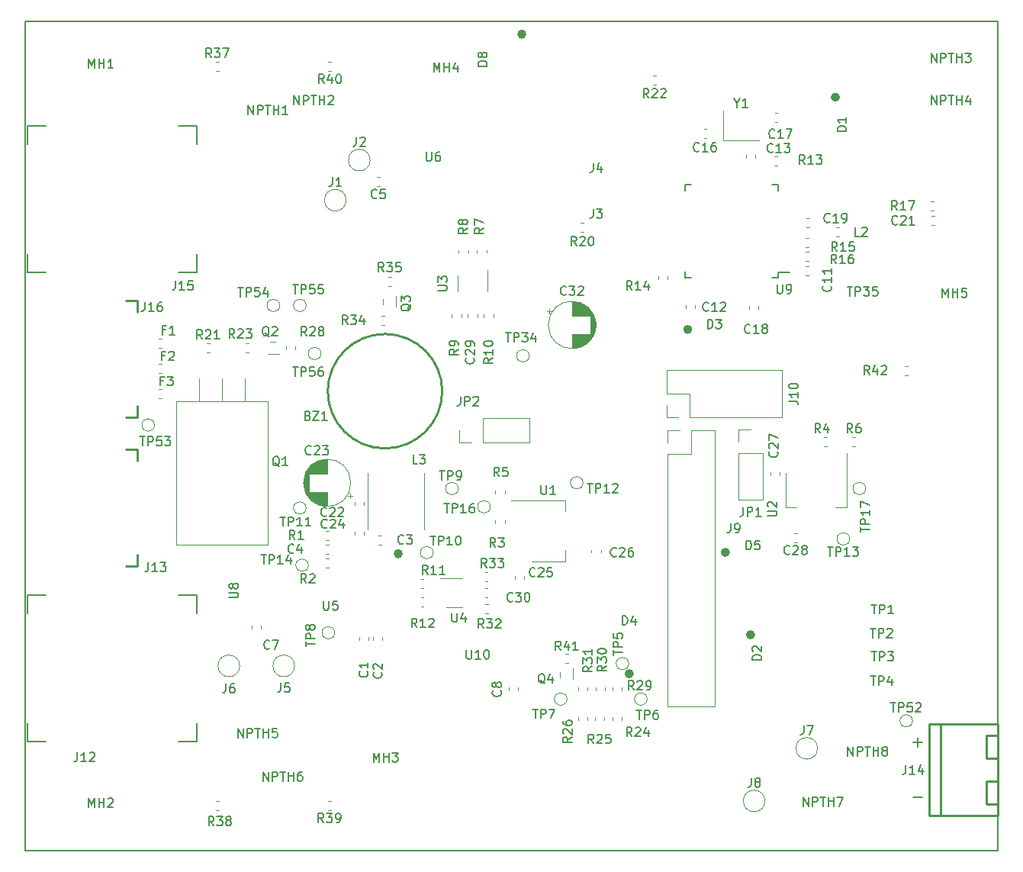
<source format=gbr>
G04 #@! TF.GenerationSoftware,KiCad,Pcbnew,5.0.2+dfsg1-1~bpo9+1*
G04 #@! TF.CreationDate,2019-02-21T15:21:29-05:00*
G04 #@! TF.ProjectId,nu.ai_motor_controller,6e752e61-695f-46d6-9f74-6f725f636f6e,rev?*
G04 #@! TF.SameCoordinates,Original*
G04 #@! TF.FileFunction,Legend,Top*
G04 #@! TF.FilePolarity,Positive*
%FSLAX46Y46*%
G04 Gerber Fmt 4.6, Leading zero omitted, Abs format (unit mm)*
G04 Created by KiCad (PCBNEW 5.0.2+dfsg1-1~bpo9+1) date Thu 21 Feb 2019 03:21:29 PM EST*
%MOMM*%
%LPD*%
G01*
G04 APERTURE LIST*
%ADD10C,0.200000*%
%ADD11C,0.150000*%
%ADD12C,0.120000*%
%ADD13C,0.500000*%
%ADD14C,0.254000*%
G04 APERTURE END LIST*
D10*
X173536000Y-129011000D02*
X174552000Y-129011000D01*
X173536000Y-122915000D02*
X174552000Y-122915000D01*
X174044000Y-122407000D02*
X174044000Y-123423000D01*
D11*
X182970000Y-134900000D02*
X74970000Y-134900000D01*
X182970000Y-42900000D02*
X182970000Y-134900000D01*
X74970000Y-42900000D02*
X182970000Y-42900000D01*
X74970000Y-134900000D02*
X74970000Y-42900000D01*
D12*
G04 #@! TO.C,R24*
X141207053Y-120429700D02*
X141207053Y-120104142D01*
X140187053Y-120429700D02*
X140187053Y-120104142D01*
G04 #@! TO.C,R25*
X139276553Y-120440699D02*
X139276553Y-120115141D01*
X138256553Y-120440699D02*
X138256553Y-120115141D01*
G04 #@! TO.C,R26*
X137397053Y-120440699D02*
X137397053Y-120115141D01*
X136377053Y-120440699D02*
X136377053Y-120115141D01*
G04 #@! TO.C,R29*
X141207053Y-117127700D02*
X141207053Y-116802142D01*
X140187053Y-117127700D02*
X140187053Y-116802142D01*
G04 #@! TO.C,R30*
X139302053Y-117127700D02*
X139302053Y-116802142D01*
X138282053Y-117127700D02*
X138282053Y-116802142D01*
G04 #@! TO.C,R31*
X137397053Y-117127700D02*
X137397053Y-116802142D01*
X136377053Y-117127700D02*
X136377053Y-116802142D01*
G04 #@! TO.C,Q4*
X134344044Y-115669802D02*
X134344044Y-115069802D01*
X135744044Y-114669802D02*
X135744044Y-114669802D01*
X135744044Y-115869802D02*
X135744044Y-114669802D01*
G04 #@! TO.C,R41*
X135242824Y-113083801D02*
X134917266Y-113083801D01*
X135242824Y-114103801D02*
X134917266Y-114103801D01*
G04 #@! TO.C,U3*
X126251000Y-72888000D02*
X126251000Y-70438000D01*
X123031000Y-71088000D02*
X123031000Y-72888000D01*
G04 #@! TO.C,C25*
X129338000Y-104464221D02*
X129338000Y-104789779D01*
X130358000Y-104464221D02*
X130358000Y-104789779D01*
G04 #@! TO.C,C26*
X137847000Y-101517721D02*
X137847000Y-101843279D01*
X138867000Y-101517721D02*
X138867000Y-101843279D01*
G04 #@! TO.C,R5*
X128199000Y-95264779D02*
X128199000Y-94939221D01*
X127179000Y-95264779D02*
X127179000Y-94939221D01*
G04 #@! TO.C,R3*
X128199000Y-98566779D02*
X128199000Y-98241221D01*
X127179000Y-98566779D02*
X127179000Y-98241221D01*
G04 #@! TO.C,U1*
X128923000Y-96010000D02*
X134933000Y-96010000D01*
X131173000Y-102830000D02*
X134933000Y-102830000D01*
X134933000Y-96010000D02*
X134933000Y-97270000D01*
X134933000Y-102830000D02*
X134933000Y-101570000D01*
D13*
G04 #@! TO.C,D3*
X148771000Y-77068000D02*
G75*
G03X148771000Y-77068000I-254000J0D01*
G01*
D12*
G04 #@! TO.C,C1*
X112066000Y-111220721D02*
X112066000Y-111546279D01*
X113086000Y-111220721D02*
X113086000Y-111546279D01*
G04 #@! TO.C,C2*
X113590000Y-111220721D02*
X113590000Y-111546279D01*
X114610000Y-111220721D02*
X114610000Y-111546279D01*
G04 #@! TO.C,C3*
X114191221Y-100946000D02*
X114516779Y-100946000D01*
X114191221Y-99926000D02*
X114516779Y-99926000D01*
G04 #@! TO.C,C4*
X108349221Y-101962000D02*
X108674779Y-101962000D01*
X108349221Y-100942000D02*
X108674779Y-100942000D01*
G04 #@! TO.C,C5*
X114331325Y-60134295D02*
X114005767Y-60134295D01*
X114331325Y-61154295D02*
X114005767Y-61154295D01*
G04 #@! TO.C,C7*
X100128000Y-109950721D02*
X100128000Y-110276279D01*
X101148000Y-109950721D02*
X101148000Y-110276279D01*
G04 #@! TO.C,C8*
X128628808Y-116807536D02*
X128628808Y-117133094D01*
X129648808Y-116807536D02*
X129648808Y-117133094D01*
G04 #@! TO.C,C11*
X161607492Y-71105660D02*
X161933050Y-71105660D01*
X161607492Y-70085660D02*
X161933050Y-70085660D01*
G04 #@! TO.C,C12*
X148306271Y-74369881D02*
X148306271Y-74695439D01*
X149326271Y-74369881D02*
X149326271Y-74695439D01*
G04 #@! TO.C,C13*
X156012000Y-58053779D02*
X156012000Y-57728221D01*
X154992000Y-58053779D02*
X154992000Y-57728221D01*
G04 #@! TO.C,C16*
X150630050Y-54845660D02*
X150304492Y-54845660D01*
X150630050Y-55865660D02*
X150304492Y-55865660D01*
G04 #@! TO.C,C17*
X158178492Y-54087660D02*
X158504050Y-54087660D01*
X158178492Y-53067660D02*
X158504050Y-53067660D01*
G04 #@! TO.C,C18*
X155291271Y-74496881D02*
X155291271Y-74822439D01*
X156311271Y-74496881D02*
X156311271Y-74822439D01*
G04 #@! TO.C,C19*
X161708992Y-65771660D02*
X162034550Y-65771660D01*
X161708992Y-64751660D02*
X162034550Y-64751660D01*
G04 #@! TO.C,C21*
X175887288Y-64480090D02*
X175561730Y-64480090D01*
X175887288Y-65500090D02*
X175561730Y-65500090D01*
G04 #@! TO.C,C22*
X111558000Y-96209221D02*
X111558000Y-96534779D01*
X112578000Y-96209221D02*
X112578000Y-96534779D01*
G04 #@! TO.C,C23*
X111050775Y-95811000D02*
X111050775Y-95311000D01*
X111300775Y-95561000D02*
X110800775Y-95561000D01*
X105895000Y-94370000D02*
X105895000Y-93802000D01*
X105935000Y-94604000D02*
X105935000Y-93568000D01*
X105975000Y-94763000D02*
X105975000Y-93409000D01*
X106015000Y-94891000D02*
X106015000Y-93281000D01*
X106055000Y-95001000D02*
X106055000Y-93171000D01*
X106095000Y-95097000D02*
X106095000Y-93075000D01*
X106135000Y-95184000D02*
X106135000Y-92988000D01*
X106175000Y-95264000D02*
X106175000Y-92908000D01*
X106215000Y-95337000D02*
X106215000Y-92835000D01*
X106255000Y-95405000D02*
X106255000Y-92767000D01*
X106295000Y-95469000D02*
X106295000Y-92703000D01*
X106335000Y-95529000D02*
X106335000Y-92643000D01*
X106375000Y-95586000D02*
X106375000Y-92586000D01*
X106415000Y-95640000D02*
X106415000Y-92532000D01*
X106455000Y-95691000D02*
X106455000Y-92481000D01*
X106495000Y-93046000D02*
X106495000Y-92433000D01*
X106495000Y-95739000D02*
X106495000Y-95126000D01*
X106535000Y-93046000D02*
X106535000Y-92387000D01*
X106535000Y-95785000D02*
X106535000Y-95126000D01*
X106575000Y-93046000D02*
X106575000Y-92343000D01*
X106575000Y-95829000D02*
X106575000Y-95126000D01*
X106615000Y-93046000D02*
X106615000Y-92301000D01*
X106615000Y-95871000D02*
X106615000Y-95126000D01*
X106655000Y-93046000D02*
X106655000Y-92260000D01*
X106655000Y-95912000D02*
X106655000Y-95126000D01*
X106695000Y-93046000D02*
X106695000Y-92222000D01*
X106695000Y-95950000D02*
X106695000Y-95126000D01*
X106735000Y-93046000D02*
X106735000Y-92185000D01*
X106735000Y-95987000D02*
X106735000Y-95126000D01*
X106775000Y-93046000D02*
X106775000Y-92149000D01*
X106775000Y-96023000D02*
X106775000Y-95126000D01*
X106815000Y-93046000D02*
X106815000Y-92115000D01*
X106815000Y-96057000D02*
X106815000Y-95126000D01*
X106855000Y-93046000D02*
X106855000Y-92082000D01*
X106855000Y-96090000D02*
X106855000Y-95126000D01*
X106895000Y-93046000D02*
X106895000Y-92051000D01*
X106895000Y-96121000D02*
X106895000Y-95126000D01*
X106935000Y-93046000D02*
X106935000Y-92021000D01*
X106935000Y-96151000D02*
X106935000Y-95126000D01*
X106975000Y-93046000D02*
X106975000Y-91991000D01*
X106975000Y-96181000D02*
X106975000Y-95126000D01*
X107015000Y-93046000D02*
X107015000Y-91964000D01*
X107015000Y-96208000D02*
X107015000Y-95126000D01*
X107055000Y-93046000D02*
X107055000Y-91937000D01*
X107055000Y-96235000D02*
X107055000Y-95126000D01*
X107095000Y-93046000D02*
X107095000Y-91911000D01*
X107095000Y-96261000D02*
X107095000Y-95126000D01*
X107135000Y-93046000D02*
X107135000Y-91886000D01*
X107135000Y-96286000D02*
X107135000Y-95126000D01*
X107175000Y-93046000D02*
X107175000Y-91862000D01*
X107175000Y-96310000D02*
X107175000Y-95126000D01*
X107215000Y-93046000D02*
X107215000Y-91839000D01*
X107215000Y-96333000D02*
X107215000Y-95126000D01*
X107255000Y-93046000D02*
X107255000Y-91818000D01*
X107255000Y-96354000D02*
X107255000Y-95126000D01*
X107295000Y-93046000D02*
X107295000Y-91796000D01*
X107295000Y-96376000D02*
X107295000Y-95126000D01*
X107335000Y-93046000D02*
X107335000Y-91776000D01*
X107335000Y-96396000D02*
X107335000Y-95126000D01*
X107375000Y-93046000D02*
X107375000Y-91757000D01*
X107375000Y-96415000D02*
X107375000Y-95126000D01*
X107415000Y-93046000D02*
X107415000Y-91738000D01*
X107415000Y-96434000D02*
X107415000Y-95126000D01*
X107455000Y-93046000D02*
X107455000Y-91721000D01*
X107455000Y-96451000D02*
X107455000Y-95126000D01*
X107495000Y-93046000D02*
X107495000Y-91704000D01*
X107495000Y-96468000D02*
X107495000Y-95126000D01*
X107535000Y-93046000D02*
X107535000Y-91688000D01*
X107535000Y-96484000D02*
X107535000Y-95126000D01*
X107575000Y-93046000D02*
X107575000Y-91672000D01*
X107575000Y-96500000D02*
X107575000Y-95126000D01*
X107615000Y-93046000D02*
X107615000Y-91658000D01*
X107615000Y-96514000D02*
X107615000Y-95126000D01*
X107655000Y-93046000D02*
X107655000Y-91644000D01*
X107655000Y-96528000D02*
X107655000Y-95126000D01*
X107695000Y-93046000D02*
X107695000Y-91631000D01*
X107695000Y-96541000D02*
X107695000Y-95126000D01*
X107735000Y-93046000D02*
X107735000Y-91618000D01*
X107735000Y-96554000D02*
X107735000Y-95126000D01*
X107775000Y-93046000D02*
X107775000Y-91606000D01*
X107775000Y-96566000D02*
X107775000Y-95126000D01*
X107816000Y-93046000D02*
X107816000Y-91595000D01*
X107816000Y-96577000D02*
X107816000Y-95126000D01*
X107856000Y-93046000D02*
X107856000Y-91585000D01*
X107856000Y-96587000D02*
X107856000Y-95126000D01*
X107896000Y-93046000D02*
X107896000Y-91575000D01*
X107896000Y-96597000D02*
X107896000Y-95126000D01*
X107936000Y-93046000D02*
X107936000Y-91566000D01*
X107936000Y-96606000D02*
X107936000Y-95126000D01*
X107976000Y-93046000D02*
X107976000Y-91558000D01*
X107976000Y-96614000D02*
X107976000Y-95126000D01*
X108016000Y-93046000D02*
X108016000Y-91550000D01*
X108016000Y-96622000D02*
X108016000Y-95126000D01*
X108056000Y-93046000D02*
X108056000Y-91543000D01*
X108056000Y-96629000D02*
X108056000Y-95126000D01*
X108096000Y-93046000D02*
X108096000Y-91536000D01*
X108096000Y-96636000D02*
X108096000Y-95126000D01*
X108136000Y-93046000D02*
X108136000Y-91530000D01*
X108136000Y-96642000D02*
X108136000Y-95126000D01*
X108176000Y-93046000D02*
X108176000Y-91525000D01*
X108176000Y-96647000D02*
X108176000Y-95126000D01*
X108216000Y-93046000D02*
X108216000Y-91521000D01*
X108216000Y-96651000D02*
X108216000Y-95126000D01*
X108256000Y-93046000D02*
X108256000Y-91517000D01*
X108256000Y-96655000D02*
X108256000Y-95126000D01*
X108296000Y-93046000D02*
X108296000Y-91513000D01*
X108296000Y-96659000D02*
X108296000Y-95126000D01*
X108336000Y-93046000D02*
X108336000Y-91510000D01*
X108336000Y-96662000D02*
X108336000Y-95126000D01*
X108376000Y-93046000D02*
X108376000Y-91508000D01*
X108376000Y-96664000D02*
X108376000Y-95126000D01*
X108416000Y-93046000D02*
X108416000Y-91507000D01*
X108416000Y-96665000D02*
X108416000Y-95126000D01*
X108456000Y-96666000D02*
X108456000Y-95126000D01*
X108456000Y-93046000D02*
X108456000Y-91506000D01*
X108496000Y-96666000D02*
X108496000Y-95126000D01*
X108496000Y-93046000D02*
X108496000Y-91506000D01*
X111116000Y-94086000D02*
G75*
G03X111116000Y-94086000I-2620000J0D01*
G01*
G04 #@! TO.C,C24*
X112578000Y-99836779D02*
X112578000Y-99511221D01*
X111558000Y-99836779D02*
X111558000Y-99511221D01*
G04 #@! TO.C,C27*
X157683653Y-92901785D02*
X157683653Y-93227343D01*
X158703653Y-92901785D02*
X158703653Y-93227343D01*
G04 #@! TO.C,C28*
X160642432Y-99666564D02*
X160316874Y-99666564D01*
X160642432Y-100686564D02*
X160316874Y-100686564D01*
G04 #@! TO.C,C29*
X124131000Y-75406721D02*
X124131000Y-75732279D01*
X125151000Y-75406721D02*
X125151000Y-75732279D01*
G04 #@! TO.C,C30*
X126002221Y-106788000D02*
X126327779Y-106788000D01*
X126002221Y-105768000D02*
X126327779Y-105768000D01*
D13*
G04 #@! TO.C,D1*
X165154000Y-51287000D02*
G75*
G03X165154000Y-51287000I-254000J0D01*
G01*
G04 #@! TO.C,D2*
X155742907Y-110954219D02*
G75*
G03X155742907Y-110954219I-254000J0D01*
G01*
G04 #@! TO.C,D4*
X142280907Y-115272219D02*
G75*
G03X142280907Y-115272219I-254000J0D01*
G01*
G04 #@! TO.C,D5*
X152948907Y-101810219D02*
G75*
G03X152948907Y-101810219I-254000J0D01*
G01*
G04 #@! TO.C,D8*
X130356000Y-44302000D02*
G75*
G03X130356000Y-44302000I-254000J0D01*
G01*
D12*
G04 #@! TO.C,F2*
X89781721Y-81896000D02*
X90107279Y-81896000D01*
X89781721Y-80876000D02*
X90107279Y-80876000D01*
G04 #@! TO.C,J9*
X146284907Y-88288219D02*
X147614907Y-88288219D01*
X146284907Y-89618219D02*
X146284907Y-88288219D01*
X148884907Y-88288219D02*
X151484907Y-88288219D01*
X148884907Y-90888219D02*
X148884907Y-88288219D01*
X146284907Y-90888219D02*
X148884907Y-90888219D01*
X151484907Y-88288219D02*
X151484907Y-118888219D01*
X146284907Y-90888219D02*
X146284907Y-118888219D01*
X146284907Y-118888219D02*
X151484907Y-118888219D01*
G04 #@! TO.C,J10*
X146171000Y-86780000D02*
X146171000Y-85450000D01*
X147501000Y-86780000D02*
X146171000Y-86780000D01*
X146171000Y-84180000D02*
X146171000Y-81580000D01*
X148771000Y-84180000D02*
X146171000Y-84180000D01*
X148771000Y-86780000D02*
X148771000Y-84180000D01*
X146171000Y-81580000D02*
X158991000Y-81580000D01*
X148771000Y-86780000D02*
X158991000Y-86780000D01*
X158991000Y-86780000D02*
X158991000Y-81580000D01*
D11*
G04 #@! TO.C,J12*
X94002000Y-120756000D02*
X94002000Y-122788000D01*
X94002000Y-122788000D02*
X91970000Y-122788000D01*
X77238000Y-122788000D02*
X75206000Y-122788000D01*
X75206000Y-122788000D02*
X75206000Y-120756000D01*
X75206000Y-108564000D02*
X75206000Y-106532000D01*
X75206000Y-106532000D02*
X77238000Y-106532000D01*
X91970000Y-106532000D02*
X94002000Y-106532000D01*
X94002000Y-106532000D02*
X94002000Y-108564000D01*
D14*
G04 #@! TO.C,J14*
X181664000Y-129773000D02*
X182934000Y-129773000D01*
X181664000Y-127233000D02*
X181664000Y-129773000D01*
X182934000Y-127233000D02*
X181664000Y-127233000D01*
X181664000Y-124693000D02*
X182934000Y-124693000D01*
X181664000Y-122153000D02*
X181664000Y-124693000D01*
X182934000Y-122153000D02*
X181664000Y-122153000D01*
X176584000Y-120883000D02*
X176584000Y-131043000D01*
X175314000Y-131043000D02*
X182934000Y-131043000D01*
X175314000Y-120883000D02*
X175314000Y-131043000D01*
X182934000Y-120883000D02*
X175314000Y-120883000D01*
X182934000Y-131043000D02*
X182934000Y-120883000D01*
D11*
G04 #@! TO.C,J15*
X94002000Y-68686000D02*
X94002000Y-70718000D01*
X94002000Y-70718000D02*
X91970000Y-70718000D01*
X77238000Y-70718000D02*
X75206000Y-70718000D01*
X75206000Y-70718000D02*
X75206000Y-68686000D01*
X75206000Y-56494000D02*
X75206000Y-54462000D01*
X75206000Y-54462000D02*
X77238000Y-54462000D01*
X91970000Y-54462000D02*
X94002000Y-54462000D01*
X94002000Y-54462000D02*
X94002000Y-56494000D01*
D12*
G04 #@! TO.C,JP1*
X154172000Y-88184000D02*
X155502000Y-88184000D01*
X154172000Y-89514000D02*
X154172000Y-88184000D01*
X154172000Y-90784000D02*
X156832000Y-90784000D01*
X156832000Y-90784000D02*
X156832000Y-95924000D01*
X154172000Y-90784000D02*
X154172000Y-95924000D01*
X154172000Y-95924000D02*
X156832000Y-95924000D01*
G04 #@! TO.C,JP2*
X123184000Y-89574000D02*
X123184000Y-88244000D01*
X124514000Y-89574000D02*
X123184000Y-89574000D01*
X125784000Y-89574000D02*
X125784000Y-86914000D01*
X125784000Y-86914000D02*
X130924000Y-86914000D01*
X125784000Y-89574000D02*
X130924000Y-89574000D01*
X130924000Y-89574000D02*
X130924000Y-86914000D01*
G04 #@! TO.C,L2*
X165010992Y-66787660D02*
X165336550Y-66787660D01*
X165010992Y-65767660D02*
X165336550Y-65767660D01*
G04 #@! TO.C,L3*
X119232000Y-99268000D02*
X119232000Y-92968000D01*
X113032000Y-99268000D02*
X113032000Y-92968000D01*
G04 #@! TO.C,Q2*
X102183000Y-78400000D02*
X102783000Y-78400000D01*
X103183000Y-79800000D02*
X103183000Y-79800000D01*
X101983000Y-79800000D02*
X103183000Y-79800000D01*
G04 #@! TO.C,Q3*
X114725505Y-74314755D02*
X114725505Y-73714755D01*
X116125505Y-73314755D02*
X116125505Y-73314755D01*
X116125505Y-74514755D02*
X116125505Y-73314755D01*
G04 #@! TO.C,R1*
X108349221Y-100438000D02*
X108674779Y-100438000D01*
X108349221Y-99418000D02*
X108674779Y-99418000D01*
G04 #@! TO.C,R2*
X108674779Y-102466000D02*
X108349221Y-102466000D01*
X108674779Y-103486000D02*
X108349221Y-103486000D01*
G04 #@! TO.C,R4*
X163618874Y-90018564D02*
X163944432Y-90018564D01*
X163618874Y-88998564D02*
X163944432Y-88998564D01*
G04 #@! TO.C,R6*
X166793874Y-90018564D02*
X167119432Y-90018564D01*
X166793874Y-88998564D02*
X167119432Y-88998564D01*
G04 #@! TO.C,R7*
X126167000Y-68569279D02*
X126167000Y-68243721D01*
X125147000Y-68569279D02*
X125147000Y-68243721D01*
G04 #@! TO.C,R8*
X124135000Y-68569279D02*
X124135000Y-68243721D01*
X123115000Y-68569279D02*
X123115000Y-68243721D01*
G04 #@! TO.C,R9*
X122353000Y-75406721D02*
X122353000Y-75732279D01*
X123373000Y-75406721D02*
X123373000Y-75732279D01*
G04 #@! TO.C,R10*
X125909000Y-75406721D02*
X125909000Y-75732279D01*
X126929000Y-75406721D02*
X126929000Y-75732279D01*
G04 #@! TO.C,R11*
X119215779Y-104752000D02*
X118890221Y-104752000D01*
X119215779Y-105772000D02*
X118890221Y-105772000D01*
G04 #@! TO.C,R12*
X119215779Y-106784000D02*
X118890221Y-106784000D01*
X119215779Y-107804000D02*
X118890221Y-107804000D01*
G04 #@! TO.C,R13*
X158478550Y-57893660D02*
X158152992Y-57893660D01*
X158478550Y-58913660D02*
X158152992Y-58913660D01*
G04 #@! TO.C,R14*
X146278271Y-71520439D02*
X146278271Y-71194881D01*
X145258271Y-71520439D02*
X145258271Y-71194881D01*
G04 #@! TO.C,R15*
X161623944Y-67948346D02*
X161949502Y-67948346D01*
X161623944Y-66928346D02*
X161949502Y-66928346D01*
G04 #@! TO.C,R16*
X161598444Y-69472346D02*
X161924002Y-69472346D01*
X161598444Y-68452346D02*
X161924002Y-68452346D01*
G04 #@! TO.C,R17*
X175832279Y-62842000D02*
X175506721Y-62842000D01*
X175832279Y-63862000D02*
X175506721Y-63862000D01*
G04 #@! TO.C,R20*
X136646144Y-66261549D02*
X136971702Y-66261549D01*
X136646144Y-65241549D02*
X136971702Y-65241549D01*
G04 #@! TO.C,R21*
X95115721Y-79610000D02*
X95441279Y-79610000D01*
X95115721Y-78590000D02*
X95441279Y-78590000D01*
G04 #@! TO.C,R22*
X144671221Y-49892000D02*
X144996779Y-49892000D01*
X144671221Y-48872000D02*
X144996779Y-48872000D01*
G04 #@! TO.C,R23*
X99459221Y-79610000D02*
X99784779Y-79610000D01*
X99459221Y-78590000D02*
X99784779Y-78590000D01*
G04 #@! TO.C,R28*
X104958000Y-79262779D02*
X104958000Y-78937221D01*
X103938000Y-79262779D02*
X103938000Y-78937221D01*
G04 #@! TO.C,R32*
X126027721Y-108566000D02*
X126353279Y-108566000D01*
X126027721Y-107546000D02*
X126353279Y-107546000D01*
G04 #@! TO.C,R33*
X126002221Y-105010000D02*
X126327779Y-105010000D01*
X126002221Y-103990000D02*
X126327779Y-103990000D01*
G04 #@! TO.C,R34*
X114526226Y-76556755D02*
X114851784Y-76556755D01*
X114526226Y-75536755D02*
X114851784Y-75536755D01*
G04 #@! TO.C,R35*
X115588284Y-71218755D02*
X115262726Y-71218755D01*
X115588284Y-72238755D02*
X115262726Y-72238755D01*
G04 #@! TO.C,R37*
X96131721Y-48368000D02*
X96457279Y-48368000D01*
X96131721Y-47348000D02*
X96457279Y-47348000D01*
G04 #@! TO.C,R38*
X96131721Y-130410000D02*
X96457279Y-130410000D01*
X96131721Y-129390000D02*
X96457279Y-129390000D01*
G04 #@! TO.C,R39*
X108903279Y-129390000D02*
X108577721Y-129390000D01*
X108903279Y-130410000D02*
X108577721Y-130410000D01*
G04 #@! TO.C,R40*
X108954279Y-47348000D02*
X108628721Y-47348000D01*
X108954279Y-48368000D02*
X108628721Y-48368000D01*
G04 #@! TO.C,U2*
X166175653Y-90767564D02*
X166175653Y-96777564D01*
X159355653Y-93017564D02*
X159355653Y-96777564D01*
X166175653Y-96777564D02*
X164915653Y-96777564D01*
X159355653Y-96777564D02*
X160615653Y-96777564D01*
G04 #@! TO.C,U4*
X123509000Y-104668000D02*
X121059000Y-104668000D01*
X121709000Y-107888000D02*
X123509000Y-107888000D01*
D13*
G04 #@! TO.C,U5*
X116640000Y-101960000D02*
G75*
G03X116640000Y-101960000I-254000J0D01*
G01*
D11*
G04 #@! TO.C,U9*
X158554223Y-70768346D02*
X159829223Y-70768346D01*
X148204223Y-71343346D02*
X148879223Y-71343346D01*
X148204223Y-60993346D02*
X148879223Y-60993346D01*
X158554223Y-60993346D02*
X157879223Y-60993346D01*
X158554223Y-71343346D02*
X157879223Y-71343346D01*
X158554223Y-60993346D02*
X158554223Y-61668346D01*
X148204223Y-60993346D02*
X148204223Y-61668346D01*
X148204223Y-71343346D02*
X148204223Y-70668346D01*
X158554223Y-71343346D02*
X158554223Y-70768346D01*
D12*
G04 #@! TO.C,Y1*
X152447271Y-56077660D02*
X156447271Y-56077660D01*
X152447271Y-52777660D02*
X152447271Y-56077660D01*
D14*
G04 #@! TO.C,J13*
X87430000Y-103357000D02*
X86160000Y-103357000D01*
X87430000Y-102087000D02*
X87430000Y-103357000D01*
X87430000Y-90403000D02*
X87430000Y-91673000D01*
X86160000Y-90403000D02*
X87430000Y-90403000D01*
G04 #@! TO.C,J16*
X87430000Y-86847000D02*
X86160000Y-86847000D01*
X87430000Y-85577000D02*
X87430000Y-86847000D01*
X87430000Y-73893000D02*
X87430000Y-75163000D01*
X86160000Y-73893000D02*
X87430000Y-73893000D01*
G04 #@! TO.C,BZ1*
X121267505Y-83920755D02*
G75*
G03X121267505Y-83920755I-6350000J0D01*
G01*
D12*
G04 #@! TO.C,Q1*
X94288000Y-85076000D02*
X94288000Y-82536000D01*
X96828000Y-85076000D02*
X96828000Y-82536000D01*
X99368000Y-85076000D02*
X99368000Y-82536000D01*
X91708000Y-100966000D02*
X91708000Y-85076000D01*
X101948000Y-100966000D02*
X101948000Y-85076000D01*
X101948000Y-100966000D02*
X91708000Y-100966000D01*
X101948000Y-85076000D02*
X91708000Y-85076000D01*
G04 #@! TO.C,C32*
X133119225Y-74835000D02*
X133119225Y-75335000D01*
X132869225Y-75085000D02*
X133369225Y-75085000D01*
X138275000Y-76276000D02*
X138275000Y-76844000D01*
X138235000Y-76042000D02*
X138235000Y-77078000D01*
X138195000Y-75883000D02*
X138195000Y-77237000D01*
X138155000Y-75755000D02*
X138155000Y-77365000D01*
X138115000Y-75645000D02*
X138115000Y-77475000D01*
X138075000Y-75549000D02*
X138075000Y-77571000D01*
X138035000Y-75462000D02*
X138035000Y-77658000D01*
X137995000Y-75382000D02*
X137995000Y-77738000D01*
X137955000Y-75309000D02*
X137955000Y-77811000D01*
X137915000Y-75241000D02*
X137915000Y-77879000D01*
X137875000Y-75177000D02*
X137875000Y-77943000D01*
X137835000Y-75117000D02*
X137835000Y-78003000D01*
X137795000Y-75060000D02*
X137795000Y-78060000D01*
X137755000Y-75006000D02*
X137755000Y-78114000D01*
X137715000Y-74955000D02*
X137715000Y-78165000D01*
X137675000Y-77600000D02*
X137675000Y-78213000D01*
X137675000Y-74907000D02*
X137675000Y-75520000D01*
X137635000Y-77600000D02*
X137635000Y-78259000D01*
X137635000Y-74861000D02*
X137635000Y-75520000D01*
X137595000Y-77600000D02*
X137595000Y-78303000D01*
X137595000Y-74817000D02*
X137595000Y-75520000D01*
X137555000Y-77600000D02*
X137555000Y-78345000D01*
X137555000Y-74775000D02*
X137555000Y-75520000D01*
X137515000Y-77600000D02*
X137515000Y-78386000D01*
X137515000Y-74734000D02*
X137515000Y-75520000D01*
X137475000Y-77600000D02*
X137475000Y-78424000D01*
X137475000Y-74696000D02*
X137475000Y-75520000D01*
X137435000Y-77600000D02*
X137435000Y-78461000D01*
X137435000Y-74659000D02*
X137435000Y-75520000D01*
X137395000Y-77600000D02*
X137395000Y-78497000D01*
X137395000Y-74623000D02*
X137395000Y-75520000D01*
X137355000Y-77600000D02*
X137355000Y-78531000D01*
X137355000Y-74589000D02*
X137355000Y-75520000D01*
X137315000Y-77600000D02*
X137315000Y-78564000D01*
X137315000Y-74556000D02*
X137315000Y-75520000D01*
X137275000Y-77600000D02*
X137275000Y-78595000D01*
X137275000Y-74525000D02*
X137275000Y-75520000D01*
X137235000Y-77600000D02*
X137235000Y-78625000D01*
X137235000Y-74495000D02*
X137235000Y-75520000D01*
X137195000Y-77600000D02*
X137195000Y-78655000D01*
X137195000Y-74465000D02*
X137195000Y-75520000D01*
X137155000Y-77600000D02*
X137155000Y-78682000D01*
X137155000Y-74438000D02*
X137155000Y-75520000D01*
X137115000Y-77600000D02*
X137115000Y-78709000D01*
X137115000Y-74411000D02*
X137115000Y-75520000D01*
X137075000Y-77600000D02*
X137075000Y-78735000D01*
X137075000Y-74385000D02*
X137075000Y-75520000D01*
X137035000Y-77600000D02*
X137035000Y-78760000D01*
X137035000Y-74360000D02*
X137035000Y-75520000D01*
X136995000Y-77600000D02*
X136995000Y-78784000D01*
X136995000Y-74336000D02*
X136995000Y-75520000D01*
X136955000Y-77600000D02*
X136955000Y-78807000D01*
X136955000Y-74313000D02*
X136955000Y-75520000D01*
X136915000Y-77600000D02*
X136915000Y-78828000D01*
X136915000Y-74292000D02*
X136915000Y-75520000D01*
X136875000Y-77600000D02*
X136875000Y-78850000D01*
X136875000Y-74270000D02*
X136875000Y-75520000D01*
X136835000Y-77600000D02*
X136835000Y-78870000D01*
X136835000Y-74250000D02*
X136835000Y-75520000D01*
X136795000Y-77600000D02*
X136795000Y-78889000D01*
X136795000Y-74231000D02*
X136795000Y-75520000D01*
X136755000Y-77600000D02*
X136755000Y-78908000D01*
X136755000Y-74212000D02*
X136755000Y-75520000D01*
X136715000Y-77600000D02*
X136715000Y-78925000D01*
X136715000Y-74195000D02*
X136715000Y-75520000D01*
X136675000Y-77600000D02*
X136675000Y-78942000D01*
X136675000Y-74178000D02*
X136675000Y-75520000D01*
X136635000Y-77600000D02*
X136635000Y-78958000D01*
X136635000Y-74162000D02*
X136635000Y-75520000D01*
X136595000Y-77600000D02*
X136595000Y-78974000D01*
X136595000Y-74146000D02*
X136595000Y-75520000D01*
X136555000Y-77600000D02*
X136555000Y-78988000D01*
X136555000Y-74132000D02*
X136555000Y-75520000D01*
X136515000Y-77600000D02*
X136515000Y-79002000D01*
X136515000Y-74118000D02*
X136515000Y-75520000D01*
X136475000Y-77600000D02*
X136475000Y-79015000D01*
X136475000Y-74105000D02*
X136475000Y-75520000D01*
X136435000Y-77600000D02*
X136435000Y-79028000D01*
X136435000Y-74092000D02*
X136435000Y-75520000D01*
X136395000Y-77600000D02*
X136395000Y-79040000D01*
X136395000Y-74080000D02*
X136395000Y-75520000D01*
X136354000Y-77600000D02*
X136354000Y-79051000D01*
X136354000Y-74069000D02*
X136354000Y-75520000D01*
X136314000Y-77600000D02*
X136314000Y-79061000D01*
X136314000Y-74059000D02*
X136314000Y-75520000D01*
X136274000Y-77600000D02*
X136274000Y-79071000D01*
X136274000Y-74049000D02*
X136274000Y-75520000D01*
X136234000Y-77600000D02*
X136234000Y-79080000D01*
X136234000Y-74040000D02*
X136234000Y-75520000D01*
X136194000Y-77600000D02*
X136194000Y-79088000D01*
X136194000Y-74032000D02*
X136194000Y-75520000D01*
X136154000Y-77600000D02*
X136154000Y-79096000D01*
X136154000Y-74024000D02*
X136154000Y-75520000D01*
X136114000Y-77600000D02*
X136114000Y-79103000D01*
X136114000Y-74017000D02*
X136114000Y-75520000D01*
X136074000Y-77600000D02*
X136074000Y-79110000D01*
X136074000Y-74010000D02*
X136074000Y-75520000D01*
X136034000Y-77600000D02*
X136034000Y-79116000D01*
X136034000Y-74004000D02*
X136034000Y-75520000D01*
X135994000Y-77600000D02*
X135994000Y-79121000D01*
X135994000Y-73999000D02*
X135994000Y-75520000D01*
X135954000Y-77600000D02*
X135954000Y-79125000D01*
X135954000Y-73995000D02*
X135954000Y-75520000D01*
X135914000Y-77600000D02*
X135914000Y-79129000D01*
X135914000Y-73991000D02*
X135914000Y-75520000D01*
X135874000Y-77600000D02*
X135874000Y-79133000D01*
X135874000Y-73987000D02*
X135874000Y-75520000D01*
X135834000Y-77600000D02*
X135834000Y-79136000D01*
X135834000Y-73984000D02*
X135834000Y-75520000D01*
X135794000Y-77600000D02*
X135794000Y-79138000D01*
X135794000Y-73982000D02*
X135794000Y-75520000D01*
X135754000Y-77600000D02*
X135754000Y-79139000D01*
X135754000Y-73981000D02*
X135754000Y-75520000D01*
X135714000Y-73980000D02*
X135714000Y-75520000D01*
X135714000Y-77600000D02*
X135714000Y-79140000D01*
X135674000Y-73980000D02*
X135674000Y-75520000D01*
X135674000Y-77600000D02*
X135674000Y-79140000D01*
X138294000Y-76560000D02*
G75*
G03X138294000Y-76560000I-2620000J0D01*
G01*
G04 #@! TO.C,R42*
X172936779Y-81130000D02*
X172611221Y-81130000D01*
X172936779Y-82150000D02*
X172611221Y-82150000D01*
G04 #@! TO.C,TP5*
X141978000Y-114152000D02*
G75*
G03X141978000Y-114152000I-700000J0D01*
G01*
G04 #@! TO.C,TP6*
X144010000Y-118089000D02*
G75*
G03X144010000Y-118089000I-700000J0D01*
G01*
G04 #@! TO.C,TP7*
X135120000Y-118089000D02*
G75*
G03X135120000Y-118089000I-700000J0D01*
G01*
G04 #@! TO.C,TP8*
X109339000Y-110723000D02*
G75*
G03X109339000Y-110723000I-700000J0D01*
G01*
G04 #@! TO.C,TP9*
X123055000Y-94721000D02*
G75*
G03X123055000Y-94721000I-700000J0D01*
G01*
G04 #@! TO.C,TP10*
X120261000Y-101833000D02*
G75*
G03X120261000Y-101833000I-700000J0D01*
G01*
G04 #@! TO.C,TP11*
X106164000Y-96880000D02*
G75*
G03X106164000Y-96880000I-700000J0D01*
G01*
G04 #@! TO.C,TP12*
X136898000Y-94086000D02*
G75*
G03X136898000Y-94086000I-700000J0D01*
G01*
G04 #@! TO.C,TP13*
X166489000Y-100309000D02*
G75*
G03X166489000Y-100309000I-700000J0D01*
G01*
G04 #@! TO.C,TP14*
X106418000Y-103230000D02*
G75*
G03X106418000Y-103230000I-700000J0D01*
G01*
G04 #@! TO.C,TP16*
X126611000Y-96753000D02*
G75*
G03X126611000Y-96753000I-700000J0D01*
G01*
G04 #@! TO.C,TP17*
X168267000Y-94721000D02*
G75*
G03X168267000Y-94721000I-700000J0D01*
G01*
G04 #@! TO.C,TP34*
X130929000Y-79989000D02*
G75*
G03X130929000Y-79989000I-700000J0D01*
G01*
G04 #@! TO.C,TP52*
X173474000Y-120502000D02*
G75*
G03X173474000Y-120502000I-700000J0D01*
G01*
G04 #@! TO.C,TP53*
X89336500Y-87672500D02*
G75*
G03X89336500Y-87672500I-700000J0D01*
G01*
G04 #@! TO.C,TP54*
X103243000Y-74401000D02*
G75*
G03X103243000Y-74401000I-700000J0D01*
G01*
G04 #@! TO.C,TP55*
X106164000Y-74401000D02*
G75*
G03X106164000Y-74401000I-700000J0D01*
G01*
G04 #@! TO.C,TP56*
X107815000Y-79735000D02*
G75*
G03X107815000Y-79735000I-700000J0D01*
G01*
G04 #@! TO.C,F1*
X89807221Y-79102000D02*
X90132779Y-79102000D01*
X89807221Y-78082000D02*
X90132779Y-78082000D01*
G04 #@! TO.C,F3*
X89807221Y-84690000D02*
X90132779Y-84690000D01*
X89807221Y-83670000D02*
X90132779Y-83670000D01*
G04 #@! TO.C,J1*
X110601000Y-62717000D02*
G75*
G03X110601000Y-62717000I-1200000J0D01*
G01*
G04 #@! TO.C,J2*
X113268000Y-58272000D02*
G75*
G03X113268000Y-58272000I-1200000J0D01*
G01*
G04 #@! TO.C,J5*
X104886000Y-114406000D02*
G75*
G03X104886000Y-114406000I-1200000J0D01*
G01*
G04 #@! TO.C,J6*
X98790000Y-114406000D02*
G75*
G03X98790000Y-114406000I-1200000J0D01*
G01*
G04 #@! TO.C,J7*
X162925000Y-123550000D02*
G75*
G03X162925000Y-123550000I-1200000J0D01*
G01*
G04 #@! TO.C,J8*
X157083000Y-129392000D02*
G75*
G03X157083000Y-129392000I-1200000J0D01*
G01*
G04 #@! TD*
G04 #@! TO.C,R24*
D11*
X142333742Y-122219980D02*
X142000409Y-121743790D01*
X141762314Y-122219980D02*
X141762314Y-121219980D01*
X142143266Y-121219980D01*
X142238504Y-121267600D01*
X142286123Y-121315219D01*
X142333742Y-121410457D01*
X142333742Y-121553314D01*
X142286123Y-121648552D01*
X142238504Y-121696171D01*
X142143266Y-121743790D01*
X141762314Y-121743790D01*
X142714695Y-121315219D02*
X142762314Y-121267600D01*
X142857552Y-121219980D01*
X143095647Y-121219980D01*
X143190885Y-121267600D01*
X143238504Y-121315219D01*
X143286123Y-121410457D01*
X143286123Y-121505695D01*
X143238504Y-121648552D01*
X142667076Y-122219980D01*
X143286123Y-122219980D01*
X144143266Y-121553314D02*
X144143266Y-122219980D01*
X143905171Y-121172361D02*
X143667076Y-121886647D01*
X144286123Y-121886647D01*
G04 #@! TO.C,R25*
X138066542Y-123007380D02*
X137733209Y-122531190D01*
X137495114Y-123007380D02*
X137495114Y-122007380D01*
X137876066Y-122007380D01*
X137971304Y-122055000D01*
X138018923Y-122102619D01*
X138066542Y-122197857D01*
X138066542Y-122340714D01*
X138018923Y-122435952D01*
X137971304Y-122483571D01*
X137876066Y-122531190D01*
X137495114Y-122531190D01*
X138447495Y-122102619D02*
X138495114Y-122055000D01*
X138590352Y-122007380D01*
X138828447Y-122007380D01*
X138923685Y-122055000D01*
X138971304Y-122102619D01*
X139018923Y-122197857D01*
X139018923Y-122293095D01*
X138971304Y-122435952D01*
X138399876Y-123007380D01*
X139018923Y-123007380D01*
X139923685Y-122007380D02*
X139447495Y-122007380D01*
X139399876Y-122483571D01*
X139447495Y-122435952D01*
X139542733Y-122388333D01*
X139780828Y-122388333D01*
X139876066Y-122435952D01*
X139923685Y-122483571D01*
X139971304Y-122578809D01*
X139971304Y-122816904D01*
X139923685Y-122912142D01*
X139876066Y-122959761D01*
X139780828Y-123007380D01*
X139542733Y-123007380D01*
X139447495Y-122959761D01*
X139399876Y-122912142D01*
G04 #@! TO.C,R26*
X135656580Y-122334257D02*
X135180390Y-122667590D01*
X135656580Y-122905685D02*
X134656580Y-122905685D01*
X134656580Y-122524733D01*
X134704200Y-122429495D01*
X134751819Y-122381876D01*
X134847057Y-122334257D01*
X134989914Y-122334257D01*
X135085152Y-122381876D01*
X135132771Y-122429495D01*
X135180390Y-122524733D01*
X135180390Y-122905685D01*
X134751819Y-121953304D02*
X134704200Y-121905685D01*
X134656580Y-121810447D01*
X134656580Y-121572352D01*
X134704200Y-121477114D01*
X134751819Y-121429495D01*
X134847057Y-121381876D01*
X134942295Y-121381876D01*
X135085152Y-121429495D01*
X135656580Y-122000923D01*
X135656580Y-121381876D01*
X134656580Y-120524733D02*
X134656580Y-120715209D01*
X134704200Y-120810447D01*
X134751819Y-120858066D01*
X134894676Y-120953304D01*
X135085152Y-121000923D01*
X135466104Y-121000923D01*
X135561342Y-120953304D01*
X135608961Y-120905685D01*
X135656580Y-120810447D01*
X135656580Y-120619971D01*
X135608961Y-120524733D01*
X135561342Y-120477114D01*
X135466104Y-120429495D01*
X135228009Y-120429495D01*
X135132771Y-120477114D01*
X135085152Y-120524733D01*
X135037533Y-120619971D01*
X135037533Y-120810447D01*
X135085152Y-120905685D01*
X135132771Y-120953304D01*
X135228009Y-121000923D01*
G04 #@! TO.C,R29*
X142536942Y-117063780D02*
X142203609Y-116587590D01*
X141965514Y-117063780D02*
X141965514Y-116063780D01*
X142346466Y-116063780D01*
X142441704Y-116111400D01*
X142489323Y-116159019D01*
X142536942Y-116254257D01*
X142536942Y-116397114D01*
X142489323Y-116492352D01*
X142441704Y-116539971D01*
X142346466Y-116587590D01*
X141965514Y-116587590D01*
X142917895Y-116159019D02*
X142965514Y-116111400D01*
X143060752Y-116063780D01*
X143298847Y-116063780D01*
X143394085Y-116111400D01*
X143441704Y-116159019D01*
X143489323Y-116254257D01*
X143489323Y-116349495D01*
X143441704Y-116492352D01*
X142870276Y-117063780D01*
X143489323Y-117063780D01*
X143965514Y-117063780D02*
X144155990Y-117063780D01*
X144251228Y-117016161D01*
X144298847Y-116968542D01*
X144394085Y-116825685D01*
X144441704Y-116635209D01*
X144441704Y-116254257D01*
X144394085Y-116159019D01*
X144346466Y-116111400D01*
X144251228Y-116063780D01*
X144060752Y-116063780D01*
X143965514Y-116111400D01*
X143917895Y-116159019D01*
X143870276Y-116254257D01*
X143870276Y-116492352D01*
X143917895Y-116587590D01*
X143965514Y-116635209D01*
X144060752Y-116682828D01*
X144251228Y-116682828D01*
X144346466Y-116635209D01*
X144394085Y-116587590D01*
X144441704Y-116492352D01*
G04 #@! TO.C,R30*
X139491980Y-114384057D02*
X139015790Y-114717390D01*
X139491980Y-114955485D02*
X138491980Y-114955485D01*
X138491980Y-114574533D01*
X138539600Y-114479295D01*
X138587219Y-114431676D01*
X138682457Y-114384057D01*
X138825314Y-114384057D01*
X138920552Y-114431676D01*
X138968171Y-114479295D01*
X139015790Y-114574533D01*
X139015790Y-114955485D01*
X138491980Y-114050723D02*
X138491980Y-113431676D01*
X138872933Y-113765009D01*
X138872933Y-113622152D01*
X138920552Y-113526914D01*
X138968171Y-113479295D01*
X139063409Y-113431676D01*
X139301504Y-113431676D01*
X139396742Y-113479295D01*
X139444361Y-113526914D01*
X139491980Y-113622152D01*
X139491980Y-113907866D01*
X139444361Y-114003104D01*
X139396742Y-114050723D01*
X138491980Y-112812628D02*
X138491980Y-112717390D01*
X138539600Y-112622152D01*
X138587219Y-112574533D01*
X138682457Y-112526914D01*
X138872933Y-112479295D01*
X139111028Y-112479295D01*
X139301504Y-112526914D01*
X139396742Y-112574533D01*
X139444361Y-112622152D01*
X139491980Y-112717390D01*
X139491980Y-112812628D01*
X139444361Y-112907866D01*
X139396742Y-112955485D01*
X139301504Y-113003104D01*
X139111028Y-113050723D01*
X138872933Y-113050723D01*
X138682457Y-113003104D01*
X138587219Y-112955485D01*
X138539600Y-112907866D01*
X138491980Y-112812628D01*
G04 #@! TO.C,R31*
X137917180Y-114460257D02*
X137440990Y-114793590D01*
X137917180Y-115031685D02*
X136917180Y-115031685D01*
X136917180Y-114650733D01*
X136964800Y-114555495D01*
X137012419Y-114507876D01*
X137107657Y-114460257D01*
X137250514Y-114460257D01*
X137345752Y-114507876D01*
X137393371Y-114555495D01*
X137440990Y-114650733D01*
X137440990Y-115031685D01*
X136917180Y-114126923D02*
X136917180Y-113507876D01*
X137298133Y-113841209D01*
X137298133Y-113698352D01*
X137345752Y-113603114D01*
X137393371Y-113555495D01*
X137488609Y-113507876D01*
X137726704Y-113507876D01*
X137821942Y-113555495D01*
X137869561Y-113603114D01*
X137917180Y-113698352D01*
X137917180Y-113984066D01*
X137869561Y-114079304D01*
X137821942Y-114126923D01*
X137917180Y-112555495D02*
X137917180Y-113126923D01*
X137917180Y-112841209D02*
X136917180Y-112841209D01*
X137060038Y-112936447D01*
X137155276Y-113031685D01*
X137202895Y-113126923D01*
G04 #@! TO.C,Q4*
X132670561Y-116371619D02*
X132575323Y-116324000D01*
X132480085Y-116228761D01*
X132337228Y-116085904D01*
X132241990Y-116038285D01*
X132146752Y-116038285D01*
X132194371Y-116276380D02*
X132099133Y-116228761D01*
X132003895Y-116133523D01*
X131956276Y-115943047D01*
X131956276Y-115609714D01*
X132003895Y-115419238D01*
X132099133Y-115324000D01*
X132194371Y-115276380D01*
X132384847Y-115276380D01*
X132480085Y-115324000D01*
X132575323Y-115419238D01*
X132622942Y-115609714D01*
X132622942Y-115943047D01*
X132575323Y-116133523D01*
X132480085Y-116228761D01*
X132384847Y-116276380D01*
X132194371Y-116276380D01*
X133480085Y-115609714D02*
X133480085Y-116276380D01*
X133241990Y-115228761D02*
X133003895Y-115943047D01*
X133622942Y-115943047D01*
G04 #@! TO.C,R41*
X134437187Y-112668180D02*
X134103854Y-112191990D01*
X133865759Y-112668180D02*
X133865759Y-111668180D01*
X134246711Y-111668180D01*
X134341949Y-111715800D01*
X134389568Y-111763419D01*
X134437187Y-111858657D01*
X134437187Y-112001514D01*
X134389568Y-112096752D01*
X134341949Y-112144371D01*
X134246711Y-112191990D01*
X133865759Y-112191990D01*
X135294330Y-112001514D02*
X135294330Y-112668180D01*
X135056235Y-111620561D02*
X134818140Y-112334847D01*
X135437187Y-112334847D01*
X136341949Y-112668180D02*
X135770521Y-112668180D01*
X136056235Y-112668180D02*
X136056235Y-111668180D01*
X135960997Y-111811038D01*
X135865759Y-111906276D01*
X135770521Y-111953895D01*
G04 #@! TO.C,U3*
X120791380Y-72749904D02*
X121600904Y-72749904D01*
X121696142Y-72702285D01*
X121743761Y-72654666D01*
X121791380Y-72559428D01*
X121791380Y-72368952D01*
X121743761Y-72273714D01*
X121696142Y-72226095D01*
X121600904Y-72178476D01*
X120791380Y-72178476D01*
X120791380Y-71797523D02*
X120791380Y-71178476D01*
X121172333Y-71511809D01*
X121172333Y-71368952D01*
X121219952Y-71273714D01*
X121267571Y-71226095D01*
X121362809Y-71178476D01*
X121600904Y-71178476D01*
X121696142Y-71226095D01*
X121743761Y-71273714D01*
X121791380Y-71368952D01*
X121791380Y-71654666D01*
X121743761Y-71749904D01*
X121696142Y-71797523D01*
G04 #@! TO.C,C25*
X131564142Y-104420942D02*
X131516523Y-104468561D01*
X131373666Y-104516180D01*
X131278428Y-104516180D01*
X131135571Y-104468561D01*
X131040333Y-104373323D01*
X130992714Y-104278085D01*
X130945095Y-104087609D01*
X130945095Y-103944752D01*
X130992714Y-103754276D01*
X131040333Y-103659038D01*
X131135571Y-103563800D01*
X131278428Y-103516180D01*
X131373666Y-103516180D01*
X131516523Y-103563800D01*
X131564142Y-103611419D01*
X131945095Y-103611419D02*
X131992714Y-103563800D01*
X132087952Y-103516180D01*
X132326047Y-103516180D01*
X132421285Y-103563800D01*
X132468904Y-103611419D01*
X132516523Y-103706657D01*
X132516523Y-103801895D01*
X132468904Y-103944752D01*
X131897476Y-104516180D01*
X132516523Y-104516180D01*
X133421285Y-103516180D02*
X132945095Y-103516180D01*
X132897476Y-103992371D01*
X132945095Y-103944752D01*
X133040333Y-103897133D01*
X133278428Y-103897133D01*
X133373666Y-103944752D01*
X133421285Y-103992371D01*
X133468904Y-104087609D01*
X133468904Y-104325704D01*
X133421285Y-104420942D01*
X133373666Y-104468561D01*
X133278428Y-104516180D01*
X133040333Y-104516180D01*
X132945095Y-104468561D01*
X132897476Y-104420942D01*
G04 #@! TO.C,C26*
X140581142Y-102185742D02*
X140533523Y-102233361D01*
X140390666Y-102280980D01*
X140295428Y-102280980D01*
X140152571Y-102233361D01*
X140057333Y-102138123D01*
X140009714Y-102042885D01*
X139962095Y-101852409D01*
X139962095Y-101709552D01*
X140009714Y-101519076D01*
X140057333Y-101423838D01*
X140152571Y-101328600D01*
X140295428Y-101280980D01*
X140390666Y-101280980D01*
X140533523Y-101328600D01*
X140581142Y-101376219D01*
X140962095Y-101376219D02*
X141009714Y-101328600D01*
X141104952Y-101280980D01*
X141343047Y-101280980D01*
X141438285Y-101328600D01*
X141485904Y-101376219D01*
X141533523Y-101471457D01*
X141533523Y-101566695D01*
X141485904Y-101709552D01*
X140914476Y-102280980D01*
X141533523Y-102280980D01*
X142390666Y-101280980D02*
X142200190Y-101280980D01*
X142104952Y-101328600D01*
X142057333Y-101376219D01*
X141962095Y-101519076D01*
X141914476Y-101709552D01*
X141914476Y-102090504D01*
X141962095Y-102185742D01*
X142009714Y-102233361D01*
X142104952Y-102280980D01*
X142295428Y-102280980D01*
X142390666Y-102233361D01*
X142438285Y-102185742D01*
X142485904Y-102090504D01*
X142485904Y-101852409D01*
X142438285Y-101757171D01*
X142390666Y-101709552D01*
X142295428Y-101661933D01*
X142104952Y-101661933D01*
X142009714Y-101709552D01*
X141962095Y-101757171D01*
X141914476Y-101852409D01*
G04 #@! TO.C,R5*
X127595333Y-93365580D02*
X127262000Y-92889390D01*
X127023904Y-93365580D02*
X127023904Y-92365580D01*
X127404857Y-92365580D01*
X127500095Y-92413200D01*
X127547714Y-92460819D01*
X127595333Y-92556057D01*
X127595333Y-92698914D01*
X127547714Y-92794152D01*
X127500095Y-92841771D01*
X127404857Y-92889390D01*
X127023904Y-92889390D01*
X128500095Y-92365580D02*
X128023904Y-92365580D01*
X127976285Y-92841771D01*
X128023904Y-92794152D01*
X128119142Y-92746533D01*
X128357238Y-92746533D01*
X128452476Y-92794152D01*
X128500095Y-92841771D01*
X128547714Y-92937009D01*
X128547714Y-93175104D01*
X128500095Y-93270342D01*
X128452476Y-93317961D01*
X128357238Y-93365580D01*
X128119142Y-93365580D01*
X128023904Y-93317961D01*
X127976285Y-93270342D01*
G04 #@! TO.C,R3*
X127163533Y-101214180D02*
X126830200Y-100737990D01*
X126592104Y-101214180D02*
X126592104Y-100214180D01*
X126973057Y-100214180D01*
X127068295Y-100261800D01*
X127115914Y-100309419D01*
X127163533Y-100404657D01*
X127163533Y-100547514D01*
X127115914Y-100642752D01*
X127068295Y-100690371D01*
X126973057Y-100737990D01*
X126592104Y-100737990D01*
X127496866Y-100214180D02*
X128115914Y-100214180D01*
X127782580Y-100595133D01*
X127925438Y-100595133D01*
X128020676Y-100642752D01*
X128068295Y-100690371D01*
X128115914Y-100785609D01*
X128115914Y-101023704D01*
X128068295Y-101118942D01*
X128020676Y-101166561D01*
X127925438Y-101214180D01*
X127639723Y-101214180D01*
X127544485Y-101166561D01*
X127496866Y-101118942D01*
G04 #@! TO.C,U1*
X132261095Y-94372380D02*
X132261095Y-95181904D01*
X132308714Y-95277142D01*
X132356333Y-95324761D01*
X132451571Y-95372380D01*
X132642047Y-95372380D01*
X132737285Y-95324761D01*
X132784904Y-95277142D01*
X132832523Y-95181904D01*
X132832523Y-94372380D01*
X133832523Y-95372380D02*
X133261095Y-95372380D01*
X133546809Y-95372380D02*
X133546809Y-94372380D01*
X133451571Y-94515238D01*
X133356333Y-94610476D01*
X133261095Y-94658095D01*
G04 #@! TO.C,D3*
X150722104Y-76957180D02*
X150722104Y-75957180D01*
X150960200Y-75957180D01*
X151103057Y-76004800D01*
X151198295Y-76100038D01*
X151245914Y-76195276D01*
X151293533Y-76385752D01*
X151293533Y-76528609D01*
X151245914Y-76719085D01*
X151198295Y-76814323D01*
X151103057Y-76909561D01*
X150960200Y-76957180D01*
X150722104Y-76957180D01*
X151626866Y-75957180D02*
X152245914Y-75957180D01*
X151912580Y-76338133D01*
X152055438Y-76338133D01*
X152150676Y-76385752D01*
X152198295Y-76433371D01*
X152245914Y-76528609D01*
X152245914Y-76766704D01*
X152198295Y-76861942D01*
X152150676Y-76909561D01*
X152055438Y-76957180D01*
X151769723Y-76957180D01*
X151674485Y-76909561D01*
X151626866Y-76861942D01*
G04 #@! TO.C,C1*
X112933142Y-115000066D02*
X112980761Y-115047685D01*
X113028380Y-115190542D01*
X113028380Y-115285780D01*
X112980761Y-115428638D01*
X112885523Y-115523876D01*
X112790285Y-115571495D01*
X112599809Y-115619114D01*
X112456952Y-115619114D01*
X112266476Y-115571495D01*
X112171238Y-115523876D01*
X112076000Y-115428638D01*
X112028380Y-115285780D01*
X112028380Y-115190542D01*
X112076000Y-115047685D01*
X112123619Y-115000066D01*
X113028380Y-114047685D02*
X113028380Y-114619114D01*
X113028380Y-114333400D02*
X112028380Y-114333400D01*
X112171238Y-114428638D01*
X112266476Y-114523876D01*
X112314095Y-114619114D01*
G04 #@! TO.C,C2*
X114504742Y-115127066D02*
X114552361Y-115174685D01*
X114599980Y-115317542D01*
X114599980Y-115412780D01*
X114552361Y-115555638D01*
X114457123Y-115650876D01*
X114361885Y-115698495D01*
X114171409Y-115746114D01*
X114028552Y-115746114D01*
X113838076Y-115698495D01*
X113742838Y-115650876D01*
X113647600Y-115555638D01*
X113599980Y-115412780D01*
X113599980Y-115317542D01*
X113647600Y-115174685D01*
X113695219Y-115127066D01*
X113695219Y-114746114D02*
X113647600Y-114698495D01*
X113599980Y-114603257D01*
X113599980Y-114365161D01*
X113647600Y-114269923D01*
X113695219Y-114222304D01*
X113790457Y-114174685D01*
X113885695Y-114174685D01*
X114028552Y-114222304D01*
X114599980Y-114793733D01*
X114599980Y-114174685D01*
G04 #@! TO.C,C3*
X116981333Y-100793142D02*
X116933714Y-100840761D01*
X116790857Y-100888380D01*
X116695619Y-100888380D01*
X116552761Y-100840761D01*
X116457523Y-100745523D01*
X116409904Y-100650285D01*
X116362285Y-100459809D01*
X116362285Y-100316952D01*
X116409904Y-100126476D01*
X116457523Y-100031238D01*
X116552761Y-99936000D01*
X116695619Y-99888380D01*
X116790857Y-99888380D01*
X116933714Y-99936000D01*
X116981333Y-99983619D01*
X117314666Y-99888380D02*
X117933714Y-99888380D01*
X117600380Y-100269333D01*
X117743238Y-100269333D01*
X117838476Y-100316952D01*
X117886095Y-100364571D01*
X117933714Y-100459809D01*
X117933714Y-100697904D01*
X117886095Y-100793142D01*
X117838476Y-100840761D01*
X117743238Y-100888380D01*
X117457523Y-100888380D01*
X117362285Y-100840761D01*
X117314666Y-100793142D01*
G04 #@! TO.C,C4*
X104786133Y-101804742D02*
X104738514Y-101852361D01*
X104595657Y-101899980D01*
X104500419Y-101899980D01*
X104357561Y-101852361D01*
X104262323Y-101757123D01*
X104214704Y-101661885D01*
X104167085Y-101471409D01*
X104167085Y-101328552D01*
X104214704Y-101138076D01*
X104262323Y-101042838D01*
X104357561Y-100947600D01*
X104500419Y-100899980D01*
X104595657Y-100899980D01*
X104738514Y-100947600D01*
X104786133Y-100995219D01*
X105643276Y-101233314D02*
X105643276Y-101899980D01*
X105405180Y-100852361D02*
X105167085Y-101566647D01*
X105786133Y-101566647D01*
G04 #@! TO.C,C5*
X114001879Y-62431437D02*
X113954260Y-62479056D01*
X113811403Y-62526675D01*
X113716165Y-62526675D01*
X113573307Y-62479056D01*
X113478069Y-62383818D01*
X113430450Y-62288580D01*
X113382831Y-62098104D01*
X113382831Y-61955247D01*
X113430450Y-61764771D01*
X113478069Y-61669533D01*
X113573307Y-61574295D01*
X113716165Y-61526675D01*
X113811403Y-61526675D01*
X113954260Y-61574295D01*
X114001879Y-61621914D01*
X114906641Y-61526675D02*
X114430450Y-61526675D01*
X114382831Y-62002866D01*
X114430450Y-61955247D01*
X114525688Y-61907628D01*
X114763784Y-61907628D01*
X114859022Y-61955247D01*
X114906641Y-62002866D01*
X114954260Y-62098104D01*
X114954260Y-62336199D01*
X114906641Y-62431437D01*
X114859022Y-62479056D01*
X114763784Y-62526675D01*
X114525688Y-62526675D01*
X114430450Y-62479056D01*
X114382831Y-62431437D01*
G04 #@! TO.C,C7*
X102119133Y-112447342D02*
X102071514Y-112494961D01*
X101928657Y-112542580D01*
X101833419Y-112542580D01*
X101690561Y-112494961D01*
X101595323Y-112399723D01*
X101547704Y-112304485D01*
X101500085Y-112114009D01*
X101500085Y-111971152D01*
X101547704Y-111780676D01*
X101595323Y-111685438D01*
X101690561Y-111590200D01*
X101833419Y-111542580D01*
X101928657Y-111542580D01*
X102071514Y-111590200D01*
X102119133Y-111637819D01*
X102452466Y-111542580D02*
X103119133Y-111542580D01*
X102690561Y-112542580D01*
G04 #@! TO.C,C8*
X127738142Y-117159066D02*
X127785761Y-117206685D01*
X127833380Y-117349542D01*
X127833380Y-117444780D01*
X127785761Y-117587638D01*
X127690523Y-117682876D01*
X127595285Y-117730495D01*
X127404809Y-117778114D01*
X127261952Y-117778114D01*
X127071476Y-117730495D01*
X126976238Y-117682876D01*
X126881000Y-117587638D01*
X126833380Y-117444780D01*
X126833380Y-117349542D01*
X126881000Y-117206685D01*
X126928619Y-117159066D01*
X127261952Y-116587638D02*
X127214333Y-116682876D01*
X127166714Y-116730495D01*
X127071476Y-116778114D01*
X127023857Y-116778114D01*
X126928619Y-116730495D01*
X126881000Y-116682876D01*
X126833380Y-116587638D01*
X126833380Y-116397161D01*
X126881000Y-116301923D01*
X126928619Y-116254304D01*
X127023857Y-116206685D01*
X127071476Y-116206685D01*
X127166714Y-116254304D01*
X127214333Y-116301923D01*
X127261952Y-116397161D01*
X127261952Y-116587638D01*
X127309571Y-116682876D01*
X127357190Y-116730495D01*
X127452428Y-116778114D01*
X127642904Y-116778114D01*
X127738142Y-116730495D01*
X127785761Y-116682876D01*
X127833380Y-116587638D01*
X127833380Y-116397161D01*
X127785761Y-116301923D01*
X127738142Y-116254304D01*
X127642904Y-116206685D01*
X127452428Y-116206685D01*
X127357190Y-116254304D01*
X127309571Y-116301923D01*
X127261952Y-116397161D01*
G04 #@! TO.C,C11*
X164364942Y-72220057D02*
X164412561Y-72267676D01*
X164460180Y-72410533D01*
X164460180Y-72505771D01*
X164412561Y-72648628D01*
X164317323Y-72743866D01*
X164222085Y-72791485D01*
X164031609Y-72839104D01*
X163888752Y-72839104D01*
X163698276Y-72791485D01*
X163603038Y-72743866D01*
X163507800Y-72648628D01*
X163460180Y-72505771D01*
X163460180Y-72410533D01*
X163507800Y-72267676D01*
X163555419Y-72220057D01*
X164460180Y-71267676D02*
X164460180Y-71839104D01*
X164460180Y-71553390D02*
X163460180Y-71553390D01*
X163603038Y-71648628D01*
X163698276Y-71743866D01*
X163745895Y-71839104D01*
X164460180Y-70315295D02*
X164460180Y-70886723D01*
X164460180Y-70601009D02*
X163460180Y-70601009D01*
X163603038Y-70696247D01*
X163698276Y-70791485D01*
X163745895Y-70886723D01*
G04 #@! TO.C,C12*
X150817342Y-74956942D02*
X150769723Y-75004561D01*
X150626866Y-75052180D01*
X150531628Y-75052180D01*
X150388771Y-75004561D01*
X150293533Y-74909323D01*
X150245914Y-74814085D01*
X150198295Y-74623609D01*
X150198295Y-74480752D01*
X150245914Y-74290276D01*
X150293533Y-74195038D01*
X150388771Y-74099800D01*
X150531628Y-74052180D01*
X150626866Y-74052180D01*
X150769723Y-74099800D01*
X150817342Y-74147419D01*
X151769723Y-75052180D02*
X151198295Y-75052180D01*
X151484009Y-75052180D02*
X151484009Y-74052180D01*
X151388771Y-74195038D01*
X151293533Y-74290276D01*
X151198295Y-74337895D01*
X152150676Y-74147419D02*
X152198295Y-74099800D01*
X152293533Y-74052180D01*
X152531628Y-74052180D01*
X152626866Y-74099800D01*
X152674485Y-74147419D01*
X152722104Y-74242657D01*
X152722104Y-74337895D01*
X152674485Y-74480752D01*
X152103057Y-75052180D01*
X152722104Y-75052180D01*
G04 #@! TO.C,C13*
X157954742Y-57329342D02*
X157907123Y-57376961D01*
X157764266Y-57424580D01*
X157669028Y-57424580D01*
X157526171Y-57376961D01*
X157430933Y-57281723D01*
X157383314Y-57186485D01*
X157335695Y-56996009D01*
X157335695Y-56853152D01*
X157383314Y-56662676D01*
X157430933Y-56567438D01*
X157526171Y-56472200D01*
X157669028Y-56424580D01*
X157764266Y-56424580D01*
X157907123Y-56472200D01*
X157954742Y-56519819D01*
X158907123Y-57424580D02*
X158335695Y-57424580D01*
X158621409Y-57424580D02*
X158621409Y-56424580D01*
X158526171Y-56567438D01*
X158430933Y-56662676D01*
X158335695Y-56710295D01*
X159240457Y-56424580D02*
X159859504Y-56424580D01*
X159526171Y-56805533D01*
X159669028Y-56805533D01*
X159764266Y-56853152D01*
X159811885Y-56900771D01*
X159859504Y-56996009D01*
X159859504Y-57234104D01*
X159811885Y-57329342D01*
X159764266Y-57376961D01*
X159669028Y-57424580D01*
X159383314Y-57424580D01*
X159288076Y-57376961D01*
X159240457Y-57329342D01*
G04 #@! TO.C,C16*
X149779142Y-57232142D02*
X149731523Y-57279761D01*
X149588666Y-57327380D01*
X149493428Y-57327380D01*
X149350571Y-57279761D01*
X149255333Y-57184523D01*
X149207714Y-57089285D01*
X149160095Y-56898809D01*
X149160095Y-56755952D01*
X149207714Y-56565476D01*
X149255333Y-56470238D01*
X149350571Y-56375000D01*
X149493428Y-56327380D01*
X149588666Y-56327380D01*
X149731523Y-56375000D01*
X149779142Y-56422619D01*
X150731523Y-57327380D02*
X150160095Y-57327380D01*
X150445809Y-57327380D02*
X150445809Y-56327380D01*
X150350571Y-56470238D01*
X150255333Y-56565476D01*
X150160095Y-56613095D01*
X151588666Y-56327380D02*
X151398190Y-56327380D01*
X151302952Y-56375000D01*
X151255333Y-56422619D01*
X151160095Y-56565476D01*
X151112476Y-56755952D01*
X151112476Y-57136904D01*
X151160095Y-57232142D01*
X151207714Y-57279761D01*
X151302952Y-57327380D01*
X151493428Y-57327380D01*
X151588666Y-57279761D01*
X151636285Y-57232142D01*
X151683904Y-57136904D01*
X151683904Y-56898809D01*
X151636285Y-56803571D01*
X151588666Y-56755952D01*
X151493428Y-56708333D01*
X151302952Y-56708333D01*
X151207714Y-56755952D01*
X151160095Y-56803571D01*
X151112476Y-56898809D01*
G04 #@! TO.C,C17*
X158157942Y-55754542D02*
X158110323Y-55802161D01*
X157967466Y-55849780D01*
X157872228Y-55849780D01*
X157729371Y-55802161D01*
X157634133Y-55706923D01*
X157586514Y-55611685D01*
X157538895Y-55421209D01*
X157538895Y-55278352D01*
X157586514Y-55087876D01*
X157634133Y-54992638D01*
X157729371Y-54897400D01*
X157872228Y-54849780D01*
X157967466Y-54849780D01*
X158110323Y-54897400D01*
X158157942Y-54945019D01*
X159110323Y-55849780D02*
X158538895Y-55849780D01*
X158824609Y-55849780D02*
X158824609Y-54849780D01*
X158729371Y-54992638D01*
X158634133Y-55087876D01*
X158538895Y-55135495D01*
X159443657Y-54849780D02*
X160110323Y-54849780D01*
X159681752Y-55849780D01*
G04 #@! TO.C,C18*
X155440142Y-77395342D02*
X155392523Y-77442961D01*
X155249666Y-77490580D01*
X155154428Y-77490580D01*
X155011571Y-77442961D01*
X154916333Y-77347723D01*
X154868714Y-77252485D01*
X154821095Y-77062009D01*
X154821095Y-76919152D01*
X154868714Y-76728676D01*
X154916333Y-76633438D01*
X155011571Y-76538200D01*
X155154428Y-76490580D01*
X155249666Y-76490580D01*
X155392523Y-76538200D01*
X155440142Y-76585819D01*
X156392523Y-77490580D02*
X155821095Y-77490580D01*
X156106809Y-77490580D02*
X156106809Y-76490580D01*
X156011571Y-76633438D01*
X155916333Y-76728676D01*
X155821095Y-76776295D01*
X156963952Y-76919152D02*
X156868714Y-76871533D01*
X156821095Y-76823914D01*
X156773476Y-76728676D01*
X156773476Y-76681057D01*
X156821095Y-76585819D01*
X156868714Y-76538200D01*
X156963952Y-76490580D01*
X157154428Y-76490580D01*
X157249666Y-76538200D01*
X157297285Y-76585819D01*
X157344904Y-76681057D01*
X157344904Y-76728676D01*
X157297285Y-76823914D01*
X157249666Y-76871533D01*
X157154428Y-76919152D01*
X156963952Y-76919152D01*
X156868714Y-76966771D01*
X156821095Y-77014390D01*
X156773476Y-77109628D01*
X156773476Y-77300104D01*
X156821095Y-77395342D01*
X156868714Y-77442961D01*
X156963952Y-77490580D01*
X157154428Y-77490580D01*
X157249666Y-77442961D01*
X157297285Y-77395342D01*
X157344904Y-77300104D01*
X157344904Y-77109628D01*
X157297285Y-77014390D01*
X157249666Y-76966771D01*
X157154428Y-76919152D01*
G04 #@! TO.C,C19*
X164276913Y-65110802D02*
X164229294Y-65158421D01*
X164086437Y-65206040D01*
X163991199Y-65206040D01*
X163848342Y-65158421D01*
X163753104Y-65063183D01*
X163705485Y-64967945D01*
X163657866Y-64777469D01*
X163657866Y-64634612D01*
X163705485Y-64444136D01*
X163753104Y-64348898D01*
X163848342Y-64253660D01*
X163991199Y-64206040D01*
X164086437Y-64206040D01*
X164229294Y-64253660D01*
X164276913Y-64301279D01*
X165229294Y-65206040D02*
X164657866Y-65206040D01*
X164943580Y-65206040D02*
X164943580Y-64206040D01*
X164848342Y-64348898D01*
X164753104Y-64444136D01*
X164657866Y-64491755D01*
X165705485Y-65206040D02*
X165895961Y-65206040D01*
X165991199Y-65158421D01*
X166038818Y-65110802D01*
X166134056Y-64967945D01*
X166181675Y-64777469D01*
X166181675Y-64396517D01*
X166134056Y-64301279D01*
X166086437Y-64253660D01*
X165991199Y-64206040D01*
X165800723Y-64206040D01*
X165705485Y-64253660D01*
X165657866Y-64301279D01*
X165610247Y-64396517D01*
X165610247Y-64634612D01*
X165657866Y-64729850D01*
X165705485Y-64777469D01*
X165800723Y-64825088D01*
X165991199Y-64825088D01*
X166086437Y-64777469D01*
X166134056Y-64729850D01*
X166181675Y-64634612D01*
G04 #@! TO.C,C21*
X171779651Y-65347232D02*
X171732032Y-65394851D01*
X171589175Y-65442470D01*
X171493937Y-65442470D01*
X171351080Y-65394851D01*
X171255842Y-65299613D01*
X171208223Y-65204375D01*
X171160604Y-65013899D01*
X171160604Y-64871042D01*
X171208223Y-64680566D01*
X171255842Y-64585328D01*
X171351080Y-64490090D01*
X171493937Y-64442470D01*
X171589175Y-64442470D01*
X171732032Y-64490090D01*
X171779651Y-64537709D01*
X172160604Y-64537709D02*
X172208223Y-64490090D01*
X172303461Y-64442470D01*
X172541556Y-64442470D01*
X172636794Y-64490090D01*
X172684413Y-64537709D01*
X172732032Y-64632947D01*
X172732032Y-64728185D01*
X172684413Y-64871042D01*
X172112985Y-65442470D01*
X172732032Y-65442470D01*
X173684413Y-65442470D02*
X173112985Y-65442470D01*
X173398699Y-65442470D02*
X173398699Y-64442470D01*
X173303461Y-64585328D01*
X173208223Y-64680566D01*
X173112985Y-64728185D01*
G04 #@! TO.C,C22*
X108424742Y-97715342D02*
X108377123Y-97762961D01*
X108234266Y-97810580D01*
X108139028Y-97810580D01*
X107996171Y-97762961D01*
X107900933Y-97667723D01*
X107853314Y-97572485D01*
X107805695Y-97382009D01*
X107805695Y-97239152D01*
X107853314Y-97048676D01*
X107900933Y-96953438D01*
X107996171Y-96858200D01*
X108139028Y-96810580D01*
X108234266Y-96810580D01*
X108377123Y-96858200D01*
X108424742Y-96905819D01*
X108805695Y-96905819D02*
X108853314Y-96858200D01*
X108948552Y-96810580D01*
X109186647Y-96810580D01*
X109281885Y-96858200D01*
X109329504Y-96905819D01*
X109377123Y-97001057D01*
X109377123Y-97096295D01*
X109329504Y-97239152D01*
X108758076Y-97810580D01*
X109377123Y-97810580D01*
X109758076Y-96905819D02*
X109805695Y-96858200D01*
X109900933Y-96810580D01*
X110139028Y-96810580D01*
X110234266Y-96858200D01*
X110281885Y-96905819D01*
X110329504Y-97001057D01*
X110329504Y-97096295D01*
X110281885Y-97239152D01*
X109710457Y-97810580D01*
X110329504Y-97810580D01*
G04 #@! TO.C,C23*
X106697542Y-90882742D02*
X106649923Y-90930361D01*
X106507066Y-90977980D01*
X106411828Y-90977980D01*
X106268971Y-90930361D01*
X106173733Y-90835123D01*
X106126114Y-90739885D01*
X106078495Y-90549409D01*
X106078495Y-90406552D01*
X106126114Y-90216076D01*
X106173733Y-90120838D01*
X106268971Y-90025600D01*
X106411828Y-89977980D01*
X106507066Y-89977980D01*
X106649923Y-90025600D01*
X106697542Y-90073219D01*
X107078495Y-90073219D02*
X107126114Y-90025600D01*
X107221352Y-89977980D01*
X107459447Y-89977980D01*
X107554685Y-90025600D01*
X107602304Y-90073219D01*
X107649923Y-90168457D01*
X107649923Y-90263695D01*
X107602304Y-90406552D01*
X107030876Y-90977980D01*
X107649923Y-90977980D01*
X107983257Y-89977980D02*
X108602304Y-89977980D01*
X108268971Y-90358933D01*
X108411828Y-90358933D01*
X108507066Y-90406552D01*
X108554685Y-90454171D01*
X108602304Y-90549409D01*
X108602304Y-90787504D01*
X108554685Y-90882742D01*
X108507066Y-90930361D01*
X108411828Y-90977980D01*
X108126114Y-90977980D01*
X108030876Y-90930361D01*
X107983257Y-90882742D01*
G04 #@! TO.C,C24*
X108475542Y-99036142D02*
X108427923Y-99083761D01*
X108285066Y-99131380D01*
X108189828Y-99131380D01*
X108046971Y-99083761D01*
X107951733Y-98988523D01*
X107904114Y-98893285D01*
X107856495Y-98702809D01*
X107856495Y-98559952D01*
X107904114Y-98369476D01*
X107951733Y-98274238D01*
X108046971Y-98179000D01*
X108189828Y-98131380D01*
X108285066Y-98131380D01*
X108427923Y-98179000D01*
X108475542Y-98226619D01*
X108856495Y-98226619D02*
X108904114Y-98179000D01*
X108999352Y-98131380D01*
X109237447Y-98131380D01*
X109332685Y-98179000D01*
X109380304Y-98226619D01*
X109427923Y-98321857D01*
X109427923Y-98417095D01*
X109380304Y-98559952D01*
X108808876Y-99131380D01*
X109427923Y-99131380D01*
X110285066Y-98464714D02*
X110285066Y-99131380D01*
X110046971Y-98083761D02*
X109808876Y-98798047D01*
X110427923Y-98798047D01*
G04 #@! TO.C,C27*
X158423795Y-90633921D02*
X158471414Y-90681540D01*
X158519033Y-90824397D01*
X158519033Y-90919635D01*
X158471414Y-91062492D01*
X158376176Y-91157730D01*
X158280938Y-91205349D01*
X158090462Y-91252968D01*
X157947605Y-91252968D01*
X157757129Y-91205349D01*
X157661891Y-91157730D01*
X157566653Y-91062492D01*
X157519033Y-90919635D01*
X157519033Y-90824397D01*
X157566653Y-90681540D01*
X157614272Y-90633921D01*
X157614272Y-90252968D02*
X157566653Y-90205349D01*
X157519033Y-90110111D01*
X157519033Y-89872016D01*
X157566653Y-89776778D01*
X157614272Y-89729159D01*
X157709510Y-89681540D01*
X157804748Y-89681540D01*
X157947605Y-89729159D01*
X158519033Y-90300587D01*
X158519033Y-89681540D01*
X157519033Y-89348206D02*
X157519033Y-88681540D01*
X158519033Y-89110111D01*
G04 #@! TO.C,C28*
X159836795Y-101963706D02*
X159789176Y-102011325D01*
X159646319Y-102058944D01*
X159551081Y-102058944D01*
X159408224Y-102011325D01*
X159312986Y-101916087D01*
X159265367Y-101820849D01*
X159217748Y-101630373D01*
X159217748Y-101487516D01*
X159265367Y-101297040D01*
X159312986Y-101201802D01*
X159408224Y-101106564D01*
X159551081Y-101058944D01*
X159646319Y-101058944D01*
X159789176Y-101106564D01*
X159836795Y-101154183D01*
X160217748Y-101154183D02*
X160265367Y-101106564D01*
X160360605Y-101058944D01*
X160598700Y-101058944D01*
X160693938Y-101106564D01*
X160741557Y-101154183D01*
X160789176Y-101249421D01*
X160789176Y-101344659D01*
X160741557Y-101487516D01*
X160170129Y-102058944D01*
X160789176Y-102058944D01*
X161360605Y-101487516D02*
X161265367Y-101439897D01*
X161217748Y-101392278D01*
X161170129Y-101297040D01*
X161170129Y-101249421D01*
X161217748Y-101154183D01*
X161265367Y-101106564D01*
X161360605Y-101058944D01*
X161551081Y-101058944D01*
X161646319Y-101106564D01*
X161693938Y-101154183D01*
X161741557Y-101249421D01*
X161741557Y-101297040D01*
X161693938Y-101392278D01*
X161646319Y-101439897D01*
X161551081Y-101487516D01*
X161360605Y-101487516D01*
X161265367Y-101535135D01*
X161217748Y-101582754D01*
X161170129Y-101677992D01*
X161170129Y-101868468D01*
X161217748Y-101963706D01*
X161265367Y-102011325D01*
X161360605Y-102058944D01*
X161551081Y-102058944D01*
X161646319Y-102011325D01*
X161693938Y-101963706D01*
X161741557Y-101868468D01*
X161741557Y-101677992D01*
X161693938Y-101582754D01*
X161646319Y-101535135D01*
X161551081Y-101487516D01*
G04 #@! TO.C,C29*
X124744142Y-80250857D02*
X124791761Y-80298476D01*
X124839380Y-80441333D01*
X124839380Y-80536571D01*
X124791761Y-80679428D01*
X124696523Y-80774666D01*
X124601285Y-80822285D01*
X124410809Y-80869904D01*
X124267952Y-80869904D01*
X124077476Y-80822285D01*
X123982238Y-80774666D01*
X123887000Y-80679428D01*
X123839380Y-80536571D01*
X123839380Y-80441333D01*
X123887000Y-80298476D01*
X123934619Y-80250857D01*
X123934619Y-79869904D02*
X123887000Y-79822285D01*
X123839380Y-79727047D01*
X123839380Y-79488952D01*
X123887000Y-79393714D01*
X123934619Y-79346095D01*
X124029857Y-79298476D01*
X124125095Y-79298476D01*
X124267952Y-79346095D01*
X124839380Y-79917523D01*
X124839380Y-79298476D01*
X124839380Y-78822285D02*
X124839380Y-78631809D01*
X124791761Y-78536571D01*
X124744142Y-78488952D01*
X124601285Y-78393714D01*
X124410809Y-78346095D01*
X124029857Y-78346095D01*
X123934619Y-78393714D01*
X123887000Y-78441333D01*
X123839380Y-78536571D01*
X123839380Y-78727047D01*
X123887000Y-78822285D01*
X123934619Y-78869904D01*
X124029857Y-78917523D01*
X124267952Y-78917523D01*
X124363190Y-78869904D01*
X124410809Y-78822285D01*
X124458428Y-78727047D01*
X124458428Y-78536571D01*
X124410809Y-78441333D01*
X124363190Y-78393714D01*
X124267952Y-78346095D01*
G04 #@! TO.C,C30*
X129074942Y-107189542D02*
X129027323Y-107237161D01*
X128884466Y-107284780D01*
X128789228Y-107284780D01*
X128646371Y-107237161D01*
X128551133Y-107141923D01*
X128503514Y-107046685D01*
X128455895Y-106856209D01*
X128455895Y-106713352D01*
X128503514Y-106522876D01*
X128551133Y-106427638D01*
X128646371Y-106332400D01*
X128789228Y-106284780D01*
X128884466Y-106284780D01*
X129027323Y-106332400D01*
X129074942Y-106380019D01*
X129408276Y-106284780D02*
X130027323Y-106284780D01*
X129693990Y-106665733D01*
X129836847Y-106665733D01*
X129932085Y-106713352D01*
X129979704Y-106760971D01*
X130027323Y-106856209D01*
X130027323Y-107094304D01*
X129979704Y-107189542D01*
X129932085Y-107237161D01*
X129836847Y-107284780D01*
X129551133Y-107284780D01*
X129455895Y-107237161D01*
X129408276Y-107189542D01*
X130646371Y-106284780D02*
X130741609Y-106284780D01*
X130836847Y-106332400D01*
X130884466Y-106380019D01*
X130932085Y-106475257D01*
X130979704Y-106665733D01*
X130979704Y-106903828D01*
X130932085Y-107094304D01*
X130884466Y-107189542D01*
X130836847Y-107237161D01*
X130741609Y-107284780D01*
X130646371Y-107284780D01*
X130551133Y-107237161D01*
X130503514Y-107189542D01*
X130455895Y-107094304D01*
X130408276Y-106903828D01*
X130408276Y-106665733D01*
X130455895Y-106475257D01*
X130503514Y-106380019D01*
X130551133Y-106332400D01*
X130646371Y-106284780D01*
G04 #@! TO.C,D1*
X166114380Y-55073095D02*
X165114380Y-55073095D01*
X165114380Y-54835000D01*
X165162000Y-54692142D01*
X165257238Y-54596904D01*
X165352476Y-54549285D01*
X165542952Y-54501666D01*
X165685809Y-54501666D01*
X165876285Y-54549285D01*
X165971523Y-54596904D01*
X166066761Y-54692142D01*
X166114380Y-54835000D01*
X166114380Y-55073095D01*
X166114380Y-53549285D02*
X166114380Y-54120714D01*
X166114380Y-53835000D02*
X165114380Y-53835000D01*
X165257238Y-53930238D01*
X165352476Y-54025476D01*
X165400095Y-54120714D01*
G04 #@! TO.C,D2*
X156703287Y-113724314D02*
X155703287Y-113724314D01*
X155703287Y-113486219D01*
X155750907Y-113343361D01*
X155846145Y-113248123D01*
X155941383Y-113200504D01*
X156131859Y-113152885D01*
X156274716Y-113152885D01*
X156465192Y-113200504D01*
X156560430Y-113248123D01*
X156655668Y-113343361D01*
X156703287Y-113486219D01*
X156703287Y-113724314D01*
X155798526Y-112771933D02*
X155750907Y-112724314D01*
X155703287Y-112629076D01*
X155703287Y-112390980D01*
X155750907Y-112295742D01*
X155798526Y-112248123D01*
X155893764Y-112200504D01*
X155989002Y-112200504D01*
X156131859Y-112248123D01*
X156703287Y-112819552D01*
X156703287Y-112200504D01*
G04 #@! TO.C,D4*
X141273304Y-109850180D02*
X141273304Y-108850180D01*
X141511400Y-108850180D01*
X141654257Y-108897800D01*
X141749495Y-108993038D01*
X141797114Y-109088276D01*
X141844733Y-109278752D01*
X141844733Y-109421609D01*
X141797114Y-109612085D01*
X141749495Y-109707323D01*
X141654257Y-109802561D01*
X141511400Y-109850180D01*
X141273304Y-109850180D01*
X142701876Y-109183514D02*
X142701876Y-109850180D01*
X142463780Y-108802561D02*
X142225685Y-109516847D01*
X142844733Y-109516847D01*
G04 #@! TO.C,D5*
X155004811Y-101500599D02*
X155004811Y-100500599D01*
X155242907Y-100500599D01*
X155385764Y-100548219D01*
X155481002Y-100643457D01*
X155528621Y-100738695D01*
X155576240Y-100929171D01*
X155576240Y-101072028D01*
X155528621Y-101262504D01*
X155481002Y-101357742D01*
X155385764Y-101452980D01*
X155242907Y-101500599D01*
X155004811Y-101500599D01*
X156481002Y-100500599D02*
X156004811Y-100500599D01*
X155957192Y-100976790D01*
X156004811Y-100929171D01*
X156100049Y-100881552D01*
X156338145Y-100881552D01*
X156433383Y-100929171D01*
X156481002Y-100976790D01*
X156528621Y-101072028D01*
X156528621Y-101310123D01*
X156481002Y-101405361D01*
X156433383Y-101452980D01*
X156338145Y-101500599D01*
X156100049Y-101500599D01*
X156004811Y-101452980D01*
X155957192Y-101405361D01*
G04 #@! TO.C,D8*
X126236380Y-47834095D02*
X125236380Y-47834095D01*
X125236380Y-47596000D01*
X125284000Y-47453142D01*
X125379238Y-47357904D01*
X125474476Y-47310285D01*
X125664952Y-47262666D01*
X125807809Y-47262666D01*
X125998285Y-47310285D01*
X126093523Y-47357904D01*
X126188761Y-47453142D01*
X126236380Y-47596000D01*
X126236380Y-47834095D01*
X125664952Y-46691238D02*
X125617333Y-46786476D01*
X125569714Y-46834095D01*
X125474476Y-46881714D01*
X125426857Y-46881714D01*
X125331619Y-46834095D01*
X125284000Y-46786476D01*
X125236380Y-46691238D01*
X125236380Y-46500761D01*
X125284000Y-46405523D01*
X125331619Y-46357904D01*
X125426857Y-46310285D01*
X125474476Y-46310285D01*
X125569714Y-46357904D01*
X125617333Y-46405523D01*
X125664952Y-46500761D01*
X125664952Y-46691238D01*
X125712571Y-46786476D01*
X125760190Y-46834095D01*
X125855428Y-46881714D01*
X126045904Y-46881714D01*
X126141142Y-46834095D01*
X126188761Y-46786476D01*
X126236380Y-46691238D01*
X126236380Y-46500761D01*
X126188761Y-46405523D01*
X126141142Y-46357904D01*
X126045904Y-46310285D01*
X125855428Y-46310285D01*
X125760190Y-46357904D01*
X125712571Y-46405523D01*
X125664952Y-46500761D01*
G04 #@! TO.C,F2*
X90462166Y-79981071D02*
X90128833Y-79981071D01*
X90128833Y-80504880D02*
X90128833Y-79504880D01*
X90605023Y-79504880D01*
X90938357Y-79600119D02*
X90985976Y-79552500D01*
X91081214Y-79504880D01*
X91319309Y-79504880D01*
X91414547Y-79552500D01*
X91462166Y-79600119D01*
X91509785Y-79695357D01*
X91509785Y-79790595D01*
X91462166Y-79933452D01*
X90890738Y-80504880D01*
X91509785Y-80504880D01*
G04 #@! TO.C,J9*
X153285866Y-98613980D02*
X153285866Y-99328266D01*
X153238247Y-99471123D01*
X153143009Y-99566361D01*
X153000152Y-99613980D01*
X152904914Y-99613980D01*
X153809676Y-99613980D02*
X154000152Y-99613980D01*
X154095390Y-99566361D01*
X154143009Y-99518742D01*
X154238247Y-99375885D01*
X154285866Y-99185409D01*
X154285866Y-98804457D01*
X154238247Y-98709219D01*
X154190628Y-98661600D01*
X154095390Y-98613980D01*
X153904914Y-98613980D01*
X153809676Y-98661600D01*
X153762057Y-98709219D01*
X153714438Y-98804457D01*
X153714438Y-99042552D01*
X153762057Y-99137790D01*
X153809676Y-99185409D01*
X153904914Y-99233028D01*
X154095390Y-99233028D01*
X154190628Y-99185409D01*
X154238247Y-99137790D01*
X154285866Y-99042552D01*
G04 #@! TO.C,J10*
X159751780Y-85010523D02*
X160466066Y-85010523D01*
X160608923Y-85058142D01*
X160704161Y-85153380D01*
X160751780Y-85296238D01*
X160751780Y-85391476D01*
X160751780Y-84010523D02*
X160751780Y-84581952D01*
X160751780Y-84296238D02*
X159751780Y-84296238D01*
X159894638Y-84391476D01*
X159989876Y-84486714D01*
X160037495Y-84581952D01*
X159751780Y-83391476D02*
X159751780Y-83296238D01*
X159799400Y-83201000D01*
X159847019Y-83153380D01*
X159942257Y-83105761D01*
X160132733Y-83058142D01*
X160370828Y-83058142D01*
X160561304Y-83105761D01*
X160656542Y-83153380D01*
X160704161Y-83201000D01*
X160751780Y-83296238D01*
X160751780Y-83391476D01*
X160704161Y-83486714D01*
X160656542Y-83534333D01*
X160561304Y-83581952D01*
X160370828Y-83629571D01*
X160132733Y-83629571D01*
X159942257Y-83581952D01*
X159847019Y-83534333D01*
X159799400Y-83486714D01*
X159751780Y-83391476D01*
G04 #@! TO.C,J12*
X80778476Y-124018380D02*
X80778476Y-124732666D01*
X80730857Y-124875523D01*
X80635619Y-124970761D01*
X80492761Y-125018380D01*
X80397523Y-125018380D01*
X81778476Y-125018380D02*
X81207047Y-125018380D01*
X81492761Y-125018380D02*
X81492761Y-124018380D01*
X81397523Y-124161238D01*
X81302285Y-124256476D01*
X81207047Y-124304095D01*
X82159428Y-124113619D02*
X82207047Y-124066000D01*
X82302285Y-124018380D01*
X82540380Y-124018380D01*
X82635619Y-124066000D01*
X82683238Y-124113619D01*
X82730857Y-124208857D01*
X82730857Y-124304095D01*
X82683238Y-124446952D01*
X82111809Y-125018380D01*
X82730857Y-125018380D01*
G04 #@! TO.C,J14*
X172726476Y-125415380D02*
X172726476Y-126129666D01*
X172678857Y-126272523D01*
X172583619Y-126367761D01*
X172440761Y-126415380D01*
X172345523Y-126415380D01*
X173726476Y-126415380D02*
X173155047Y-126415380D01*
X173440761Y-126415380D02*
X173440761Y-125415380D01*
X173345523Y-125558238D01*
X173250285Y-125653476D01*
X173155047Y-125701095D01*
X174583619Y-125748714D02*
X174583619Y-126415380D01*
X174345523Y-125367761D02*
X174107428Y-126082047D01*
X174726476Y-126082047D01*
G04 #@! TO.C,J15*
X91668476Y-71694380D02*
X91668476Y-72408666D01*
X91620857Y-72551523D01*
X91525619Y-72646761D01*
X91382761Y-72694380D01*
X91287523Y-72694380D01*
X92668476Y-72694380D02*
X92097047Y-72694380D01*
X92382761Y-72694380D02*
X92382761Y-71694380D01*
X92287523Y-71837238D01*
X92192285Y-71932476D01*
X92097047Y-71980095D01*
X93573238Y-71694380D02*
X93097047Y-71694380D01*
X93049428Y-72170571D01*
X93097047Y-72122952D01*
X93192285Y-72075333D01*
X93430380Y-72075333D01*
X93525619Y-72122952D01*
X93573238Y-72170571D01*
X93620857Y-72265809D01*
X93620857Y-72503904D01*
X93573238Y-72599142D01*
X93525619Y-72646761D01*
X93430380Y-72694380D01*
X93192285Y-72694380D01*
X93097047Y-72646761D01*
X93049428Y-72599142D01*
G04 #@! TO.C,JP1*
X154665466Y-96785180D02*
X154665466Y-97499466D01*
X154617847Y-97642323D01*
X154522609Y-97737561D01*
X154379752Y-97785180D01*
X154284514Y-97785180D01*
X155141657Y-97785180D02*
X155141657Y-96785180D01*
X155522609Y-96785180D01*
X155617847Y-96832800D01*
X155665466Y-96880419D01*
X155713085Y-96975657D01*
X155713085Y-97118514D01*
X155665466Y-97213752D01*
X155617847Y-97261371D01*
X155522609Y-97308990D01*
X155141657Y-97308990D01*
X156665466Y-97785180D02*
X156094038Y-97785180D01*
X156379752Y-97785180D02*
X156379752Y-96785180D01*
X156284514Y-96928038D01*
X156189276Y-97023276D01*
X156094038Y-97070895D01*
G04 #@! TO.C,JP2*
X123296466Y-84516980D02*
X123296466Y-85231266D01*
X123248847Y-85374123D01*
X123153609Y-85469361D01*
X123010752Y-85516980D01*
X122915514Y-85516980D01*
X123772657Y-85516980D02*
X123772657Y-84516980D01*
X124153609Y-84516980D01*
X124248847Y-84564600D01*
X124296466Y-84612219D01*
X124344085Y-84707457D01*
X124344085Y-84850314D01*
X124296466Y-84945552D01*
X124248847Y-84993171D01*
X124153609Y-85040790D01*
X123772657Y-85040790D01*
X124725038Y-84612219D02*
X124772657Y-84564600D01*
X124867895Y-84516980D01*
X125105990Y-84516980D01*
X125201228Y-84564600D01*
X125248847Y-84612219D01*
X125296466Y-84707457D01*
X125296466Y-84802695D01*
X125248847Y-84945552D01*
X124677419Y-85516980D01*
X125296466Y-85516980D01*
G04 #@! TO.C,L2*
X167572604Y-66730040D02*
X167096413Y-66730040D01*
X167096413Y-65730040D01*
X167858318Y-65825279D02*
X167905937Y-65777660D01*
X168001175Y-65730040D01*
X168239271Y-65730040D01*
X168334509Y-65777660D01*
X168382128Y-65825279D01*
X168429747Y-65920517D01*
X168429747Y-66015755D01*
X168382128Y-66158612D01*
X167810699Y-66730040D01*
X168429747Y-66730040D01*
G04 #@! TO.C,L3*
X118527533Y-91968580D02*
X118051342Y-91968580D01*
X118051342Y-90968580D01*
X118765628Y-90968580D02*
X119384676Y-90968580D01*
X119051342Y-91349533D01*
X119194200Y-91349533D01*
X119289438Y-91397152D01*
X119337057Y-91444771D01*
X119384676Y-91540009D01*
X119384676Y-91778104D01*
X119337057Y-91873342D01*
X119289438Y-91920961D01*
X119194200Y-91968580D01*
X118908485Y-91968580D01*
X118813247Y-91920961D01*
X118765628Y-91873342D01*
G04 #@! TO.C,NPTH1*
X99741333Y-53199880D02*
X99741333Y-52199880D01*
X100312761Y-53199880D01*
X100312761Y-52199880D01*
X100788952Y-53199880D02*
X100788952Y-52199880D01*
X101169904Y-52199880D01*
X101265142Y-52247500D01*
X101312761Y-52295119D01*
X101360380Y-52390357D01*
X101360380Y-52533214D01*
X101312761Y-52628452D01*
X101265142Y-52676071D01*
X101169904Y-52723690D01*
X100788952Y-52723690D01*
X101646095Y-52199880D02*
X102217523Y-52199880D01*
X101931809Y-53199880D02*
X101931809Y-52199880D01*
X102550857Y-53199880D02*
X102550857Y-52199880D01*
X102550857Y-52676071D02*
X103122285Y-52676071D01*
X103122285Y-53199880D02*
X103122285Y-52199880D01*
X104122285Y-53199880D02*
X103550857Y-53199880D01*
X103836571Y-53199880D02*
X103836571Y-52199880D01*
X103741333Y-52342738D01*
X103646095Y-52437976D01*
X103550857Y-52485595D01*
G04 #@! TO.C,NPTH2*
X104821333Y-52120380D02*
X104821333Y-51120380D01*
X105392761Y-52120380D01*
X105392761Y-51120380D01*
X105868952Y-52120380D02*
X105868952Y-51120380D01*
X106249904Y-51120380D01*
X106345142Y-51168000D01*
X106392761Y-51215619D01*
X106440380Y-51310857D01*
X106440380Y-51453714D01*
X106392761Y-51548952D01*
X106345142Y-51596571D01*
X106249904Y-51644190D01*
X105868952Y-51644190D01*
X106726095Y-51120380D02*
X107297523Y-51120380D01*
X107011809Y-52120380D02*
X107011809Y-51120380D01*
X107630857Y-52120380D02*
X107630857Y-51120380D01*
X107630857Y-51596571D02*
X108202285Y-51596571D01*
X108202285Y-52120380D02*
X108202285Y-51120380D01*
X108630857Y-51215619D02*
X108678476Y-51168000D01*
X108773714Y-51120380D01*
X109011809Y-51120380D01*
X109107047Y-51168000D01*
X109154666Y-51215619D01*
X109202285Y-51310857D01*
X109202285Y-51406095D01*
X109154666Y-51548952D01*
X108583238Y-52120380D01*
X109202285Y-52120380D01*
G04 #@! TO.C,NPTH3*
X175560333Y-47421380D02*
X175560333Y-46421380D01*
X176131761Y-47421380D01*
X176131761Y-46421380D01*
X176607952Y-47421380D02*
X176607952Y-46421380D01*
X176988904Y-46421380D01*
X177084142Y-46469000D01*
X177131761Y-46516619D01*
X177179380Y-46611857D01*
X177179380Y-46754714D01*
X177131761Y-46849952D01*
X177084142Y-46897571D01*
X176988904Y-46945190D01*
X176607952Y-46945190D01*
X177465095Y-46421380D02*
X178036523Y-46421380D01*
X177750809Y-47421380D02*
X177750809Y-46421380D01*
X178369857Y-47421380D02*
X178369857Y-46421380D01*
X178369857Y-46897571D02*
X178941285Y-46897571D01*
X178941285Y-47421380D02*
X178941285Y-46421380D01*
X179322238Y-46421380D02*
X179941285Y-46421380D01*
X179607952Y-46802333D01*
X179750809Y-46802333D01*
X179846047Y-46849952D01*
X179893666Y-46897571D01*
X179941285Y-46992809D01*
X179941285Y-47230904D01*
X179893666Y-47326142D01*
X179846047Y-47373761D01*
X179750809Y-47421380D01*
X179465095Y-47421380D01*
X179369857Y-47373761D01*
X179322238Y-47326142D01*
G04 #@! TO.C,NPTH4*
X175560333Y-52120380D02*
X175560333Y-51120380D01*
X176131761Y-52120380D01*
X176131761Y-51120380D01*
X176607952Y-52120380D02*
X176607952Y-51120380D01*
X176988904Y-51120380D01*
X177084142Y-51168000D01*
X177131761Y-51215619D01*
X177179380Y-51310857D01*
X177179380Y-51453714D01*
X177131761Y-51548952D01*
X177084142Y-51596571D01*
X176988904Y-51644190D01*
X176607952Y-51644190D01*
X177465095Y-51120380D02*
X178036523Y-51120380D01*
X177750809Y-52120380D02*
X177750809Y-51120380D01*
X178369857Y-52120380D02*
X178369857Y-51120380D01*
X178369857Y-51596571D02*
X178941285Y-51596571D01*
X178941285Y-52120380D02*
X178941285Y-51120380D01*
X179846047Y-51453714D02*
X179846047Y-52120380D01*
X179607952Y-51072761D02*
X179369857Y-51787047D01*
X179988904Y-51787047D01*
G04 #@! TO.C,NPTH5*
X98598333Y-122351380D02*
X98598333Y-121351380D01*
X99169761Y-122351380D01*
X99169761Y-121351380D01*
X99645952Y-122351380D02*
X99645952Y-121351380D01*
X100026904Y-121351380D01*
X100122142Y-121399000D01*
X100169761Y-121446619D01*
X100217380Y-121541857D01*
X100217380Y-121684714D01*
X100169761Y-121779952D01*
X100122142Y-121827571D01*
X100026904Y-121875190D01*
X99645952Y-121875190D01*
X100503095Y-121351380D02*
X101074523Y-121351380D01*
X100788809Y-122351380D02*
X100788809Y-121351380D01*
X101407857Y-122351380D02*
X101407857Y-121351380D01*
X101407857Y-121827571D02*
X101979285Y-121827571D01*
X101979285Y-122351380D02*
X101979285Y-121351380D01*
X102931666Y-121351380D02*
X102455476Y-121351380D01*
X102407857Y-121827571D01*
X102455476Y-121779952D01*
X102550714Y-121732333D01*
X102788809Y-121732333D01*
X102884047Y-121779952D01*
X102931666Y-121827571D01*
X102979285Y-121922809D01*
X102979285Y-122160904D01*
X102931666Y-122256142D01*
X102884047Y-122303761D01*
X102788809Y-122351380D01*
X102550714Y-122351380D01*
X102455476Y-122303761D01*
X102407857Y-122256142D01*
G04 #@! TO.C,NPTH6*
X101392333Y-127177380D02*
X101392333Y-126177380D01*
X101963761Y-127177380D01*
X101963761Y-126177380D01*
X102439952Y-127177380D02*
X102439952Y-126177380D01*
X102820904Y-126177380D01*
X102916142Y-126225000D01*
X102963761Y-126272619D01*
X103011380Y-126367857D01*
X103011380Y-126510714D01*
X102963761Y-126605952D01*
X102916142Y-126653571D01*
X102820904Y-126701190D01*
X102439952Y-126701190D01*
X103297095Y-126177380D02*
X103868523Y-126177380D01*
X103582809Y-127177380D02*
X103582809Y-126177380D01*
X104201857Y-127177380D02*
X104201857Y-126177380D01*
X104201857Y-126653571D02*
X104773285Y-126653571D01*
X104773285Y-127177380D02*
X104773285Y-126177380D01*
X105678047Y-126177380D02*
X105487571Y-126177380D01*
X105392333Y-126225000D01*
X105344714Y-126272619D01*
X105249476Y-126415476D01*
X105201857Y-126605952D01*
X105201857Y-126986904D01*
X105249476Y-127082142D01*
X105297095Y-127129761D01*
X105392333Y-127177380D01*
X105582809Y-127177380D01*
X105678047Y-127129761D01*
X105725666Y-127082142D01*
X105773285Y-126986904D01*
X105773285Y-126748809D01*
X105725666Y-126653571D01*
X105678047Y-126605952D01*
X105582809Y-126558333D01*
X105392333Y-126558333D01*
X105297095Y-126605952D01*
X105249476Y-126653571D01*
X105201857Y-126748809D01*
G04 #@! TO.C,NPTH7*
X161336333Y-129971380D02*
X161336333Y-128971380D01*
X161907761Y-129971380D01*
X161907761Y-128971380D01*
X162383952Y-129971380D02*
X162383952Y-128971380D01*
X162764904Y-128971380D01*
X162860142Y-129019000D01*
X162907761Y-129066619D01*
X162955380Y-129161857D01*
X162955380Y-129304714D01*
X162907761Y-129399952D01*
X162860142Y-129447571D01*
X162764904Y-129495190D01*
X162383952Y-129495190D01*
X163241095Y-128971380D02*
X163812523Y-128971380D01*
X163526809Y-129971380D02*
X163526809Y-128971380D01*
X164145857Y-129971380D02*
X164145857Y-128971380D01*
X164145857Y-129447571D02*
X164717285Y-129447571D01*
X164717285Y-129971380D02*
X164717285Y-128971380D01*
X165098238Y-128971380D02*
X165764904Y-128971380D01*
X165336333Y-129971380D01*
G04 #@! TO.C,NPTH8*
X166289333Y-124383380D02*
X166289333Y-123383380D01*
X166860761Y-124383380D01*
X166860761Y-123383380D01*
X167336952Y-124383380D02*
X167336952Y-123383380D01*
X167717904Y-123383380D01*
X167813142Y-123431000D01*
X167860761Y-123478619D01*
X167908380Y-123573857D01*
X167908380Y-123716714D01*
X167860761Y-123811952D01*
X167813142Y-123859571D01*
X167717904Y-123907190D01*
X167336952Y-123907190D01*
X168194095Y-123383380D02*
X168765523Y-123383380D01*
X168479809Y-124383380D02*
X168479809Y-123383380D01*
X169098857Y-124383380D02*
X169098857Y-123383380D01*
X169098857Y-123859571D02*
X169670285Y-123859571D01*
X169670285Y-124383380D02*
X169670285Y-123383380D01*
X170289333Y-123811952D02*
X170194095Y-123764333D01*
X170146476Y-123716714D01*
X170098857Y-123621476D01*
X170098857Y-123573857D01*
X170146476Y-123478619D01*
X170194095Y-123431000D01*
X170289333Y-123383380D01*
X170479809Y-123383380D01*
X170575047Y-123431000D01*
X170622666Y-123478619D01*
X170670285Y-123573857D01*
X170670285Y-123621476D01*
X170622666Y-123716714D01*
X170575047Y-123764333D01*
X170479809Y-123811952D01*
X170289333Y-123811952D01*
X170194095Y-123859571D01*
X170146476Y-123907190D01*
X170098857Y-124002428D01*
X170098857Y-124192904D01*
X170146476Y-124288142D01*
X170194095Y-124335761D01*
X170289333Y-124383380D01*
X170479809Y-124383380D01*
X170575047Y-124335761D01*
X170622666Y-124288142D01*
X170670285Y-124192904D01*
X170670285Y-124002428D01*
X170622666Y-123907190D01*
X170575047Y-123859571D01*
X170479809Y-123811952D01*
G04 #@! TO.C,Q2*
X102066761Y-77869619D02*
X101971523Y-77822000D01*
X101876285Y-77726761D01*
X101733428Y-77583904D01*
X101638190Y-77536285D01*
X101542952Y-77536285D01*
X101590571Y-77774380D02*
X101495333Y-77726761D01*
X101400095Y-77631523D01*
X101352476Y-77441047D01*
X101352476Y-77107714D01*
X101400095Y-76917238D01*
X101495333Y-76822000D01*
X101590571Y-76774380D01*
X101781047Y-76774380D01*
X101876285Y-76822000D01*
X101971523Y-76917238D01*
X102019142Y-77107714D01*
X102019142Y-77441047D01*
X101971523Y-77631523D01*
X101876285Y-77726761D01*
X101781047Y-77774380D01*
X101590571Y-77774380D01*
X102400095Y-76869619D02*
X102447714Y-76822000D01*
X102542952Y-76774380D01*
X102781047Y-76774380D01*
X102876285Y-76822000D01*
X102923904Y-76869619D01*
X102971523Y-76964857D01*
X102971523Y-77060095D01*
X102923904Y-77202952D01*
X102352476Y-77774380D01*
X102971523Y-77774380D01*
G04 #@! TO.C,Q3*
X117794019Y-74263238D02*
X117746400Y-74358476D01*
X117651161Y-74453714D01*
X117508304Y-74596571D01*
X117460685Y-74691809D01*
X117460685Y-74787047D01*
X117698780Y-74739428D02*
X117651161Y-74834666D01*
X117555923Y-74929904D01*
X117365447Y-74977523D01*
X117032114Y-74977523D01*
X116841638Y-74929904D01*
X116746400Y-74834666D01*
X116698780Y-74739428D01*
X116698780Y-74548952D01*
X116746400Y-74453714D01*
X116841638Y-74358476D01*
X117032114Y-74310857D01*
X117365447Y-74310857D01*
X117555923Y-74358476D01*
X117651161Y-74453714D01*
X117698780Y-74548952D01*
X117698780Y-74739428D01*
X116698780Y-73977523D02*
X116698780Y-73358476D01*
X117079733Y-73691809D01*
X117079733Y-73548952D01*
X117127352Y-73453714D01*
X117174971Y-73406095D01*
X117270209Y-73358476D01*
X117508304Y-73358476D01*
X117603542Y-73406095D01*
X117651161Y-73453714D01*
X117698780Y-73548952D01*
X117698780Y-73834666D01*
X117651161Y-73929904D01*
X117603542Y-73977523D01*
G04 #@! TO.C,R1*
X104913133Y-100350580D02*
X104579800Y-99874390D01*
X104341704Y-100350580D02*
X104341704Y-99350580D01*
X104722657Y-99350580D01*
X104817895Y-99398200D01*
X104865514Y-99445819D01*
X104913133Y-99541057D01*
X104913133Y-99683914D01*
X104865514Y-99779152D01*
X104817895Y-99826771D01*
X104722657Y-99874390D01*
X104341704Y-99874390D01*
X105865514Y-100350580D02*
X105294085Y-100350580D01*
X105579800Y-100350580D02*
X105579800Y-99350580D01*
X105484561Y-99493438D01*
X105389323Y-99588676D01*
X105294085Y-99636295D01*
G04 #@! TO.C,R2*
X106183133Y-105201980D02*
X105849800Y-104725790D01*
X105611704Y-105201980D02*
X105611704Y-104201980D01*
X105992657Y-104201980D01*
X106087895Y-104249600D01*
X106135514Y-104297219D01*
X106183133Y-104392457D01*
X106183133Y-104535314D01*
X106135514Y-104630552D01*
X106087895Y-104678171D01*
X105992657Y-104725790D01*
X105611704Y-104725790D01*
X106564085Y-104297219D02*
X106611704Y-104249600D01*
X106706942Y-104201980D01*
X106945038Y-104201980D01*
X107040276Y-104249600D01*
X107087895Y-104297219D01*
X107135514Y-104392457D01*
X107135514Y-104487695D01*
X107087895Y-104630552D01*
X106516466Y-105201980D01*
X107135514Y-105201980D01*
G04 #@! TO.C,R4*
X163233986Y-88530944D02*
X162900653Y-88054754D01*
X162662557Y-88530944D02*
X162662557Y-87530944D01*
X163043510Y-87530944D01*
X163138748Y-87578564D01*
X163186367Y-87626183D01*
X163233986Y-87721421D01*
X163233986Y-87864278D01*
X163186367Y-87959516D01*
X163138748Y-88007135D01*
X163043510Y-88054754D01*
X162662557Y-88054754D01*
X164091129Y-87864278D02*
X164091129Y-88530944D01*
X163853033Y-87483325D02*
X163614938Y-88197611D01*
X164233986Y-88197611D01*
G04 #@! TO.C,R6*
X166789986Y-88530944D02*
X166456653Y-88054754D01*
X166218557Y-88530944D02*
X166218557Y-87530944D01*
X166599510Y-87530944D01*
X166694748Y-87578564D01*
X166742367Y-87626183D01*
X166789986Y-87721421D01*
X166789986Y-87864278D01*
X166742367Y-87959516D01*
X166694748Y-88007135D01*
X166599510Y-88054754D01*
X166218557Y-88054754D01*
X167647129Y-87530944D02*
X167456653Y-87530944D01*
X167361414Y-87578564D01*
X167313795Y-87626183D01*
X167218557Y-87769040D01*
X167170938Y-87959516D01*
X167170938Y-88340468D01*
X167218557Y-88435706D01*
X167266176Y-88483325D01*
X167361414Y-88530944D01*
X167551891Y-88530944D01*
X167647129Y-88483325D01*
X167694748Y-88435706D01*
X167742367Y-88340468D01*
X167742367Y-88102373D01*
X167694748Y-88007135D01*
X167647129Y-87959516D01*
X167551891Y-87911897D01*
X167361414Y-87911897D01*
X167266176Y-87959516D01*
X167218557Y-88007135D01*
X167170938Y-88102373D01*
G04 #@! TO.C,R7*
X125855380Y-65804666D02*
X125379190Y-66138000D01*
X125855380Y-66376095D02*
X124855380Y-66376095D01*
X124855380Y-65995142D01*
X124903000Y-65899904D01*
X124950619Y-65852285D01*
X125045857Y-65804666D01*
X125188714Y-65804666D01*
X125283952Y-65852285D01*
X125331571Y-65899904D01*
X125379190Y-65995142D01*
X125379190Y-66376095D01*
X124855380Y-65471333D02*
X124855380Y-64804666D01*
X125855380Y-65233238D01*
G04 #@! TO.C,R8*
X124077380Y-65804666D02*
X123601190Y-66138000D01*
X124077380Y-66376095D02*
X123077380Y-66376095D01*
X123077380Y-65995142D01*
X123125000Y-65899904D01*
X123172619Y-65852285D01*
X123267857Y-65804666D01*
X123410714Y-65804666D01*
X123505952Y-65852285D01*
X123553571Y-65899904D01*
X123601190Y-65995142D01*
X123601190Y-66376095D01*
X123505952Y-65233238D02*
X123458333Y-65328476D01*
X123410714Y-65376095D01*
X123315476Y-65423714D01*
X123267857Y-65423714D01*
X123172619Y-65376095D01*
X123125000Y-65328476D01*
X123077380Y-65233238D01*
X123077380Y-65042761D01*
X123125000Y-64947523D01*
X123172619Y-64899904D01*
X123267857Y-64852285D01*
X123315476Y-64852285D01*
X123410714Y-64899904D01*
X123458333Y-64947523D01*
X123505952Y-65042761D01*
X123505952Y-65233238D01*
X123553571Y-65328476D01*
X123601190Y-65376095D01*
X123696428Y-65423714D01*
X123886904Y-65423714D01*
X123982142Y-65376095D01*
X124029761Y-65328476D01*
X124077380Y-65233238D01*
X124077380Y-65042761D01*
X124029761Y-64947523D01*
X123982142Y-64899904D01*
X123886904Y-64852285D01*
X123696428Y-64852285D01*
X123601190Y-64899904D01*
X123553571Y-64947523D01*
X123505952Y-65042761D01*
G04 #@! TO.C,R9*
X123061380Y-79266666D02*
X122585190Y-79600000D01*
X123061380Y-79838095D02*
X122061380Y-79838095D01*
X122061380Y-79457142D01*
X122109000Y-79361904D01*
X122156619Y-79314285D01*
X122251857Y-79266666D01*
X122394714Y-79266666D01*
X122489952Y-79314285D01*
X122537571Y-79361904D01*
X122585190Y-79457142D01*
X122585190Y-79838095D01*
X123061380Y-78790476D02*
X123061380Y-78600000D01*
X123013761Y-78504761D01*
X122966142Y-78457142D01*
X122823285Y-78361904D01*
X122632809Y-78314285D01*
X122251857Y-78314285D01*
X122156619Y-78361904D01*
X122109000Y-78409523D01*
X122061380Y-78504761D01*
X122061380Y-78695238D01*
X122109000Y-78790476D01*
X122156619Y-78838095D01*
X122251857Y-78885714D01*
X122489952Y-78885714D01*
X122585190Y-78838095D01*
X122632809Y-78790476D01*
X122680428Y-78695238D01*
X122680428Y-78504761D01*
X122632809Y-78409523D01*
X122585190Y-78361904D01*
X122489952Y-78314285D01*
G04 #@! TO.C,R10*
X126871380Y-80250857D02*
X126395190Y-80584190D01*
X126871380Y-80822285D02*
X125871380Y-80822285D01*
X125871380Y-80441333D01*
X125919000Y-80346095D01*
X125966619Y-80298476D01*
X126061857Y-80250857D01*
X126204714Y-80250857D01*
X126299952Y-80298476D01*
X126347571Y-80346095D01*
X126395190Y-80441333D01*
X126395190Y-80822285D01*
X126871380Y-79298476D02*
X126871380Y-79869904D01*
X126871380Y-79584190D02*
X125871380Y-79584190D01*
X126014238Y-79679428D01*
X126109476Y-79774666D01*
X126157095Y-79869904D01*
X125871380Y-78679428D02*
X125871380Y-78584190D01*
X125919000Y-78488952D01*
X125966619Y-78441333D01*
X126061857Y-78393714D01*
X126252333Y-78346095D01*
X126490428Y-78346095D01*
X126680904Y-78393714D01*
X126776142Y-78441333D01*
X126823761Y-78488952D01*
X126871380Y-78584190D01*
X126871380Y-78679428D01*
X126823761Y-78774666D01*
X126776142Y-78822285D01*
X126680904Y-78869904D01*
X126490428Y-78917523D01*
X126252333Y-78917523D01*
X126061857Y-78869904D01*
X125966619Y-78822285D01*
X125919000Y-78774666D01*
X125871380Y-78679428D01*
G04 #@! TO.C,R11*
X119651542Y-104236780D02*
X119318209Y-103760590D01*
X119080114Y-104236780D02*
X119080114Y-103236780D01*
X119461066Y-103236780D01*
X119556304Y-103284400D01*
X119603923Y-103332019D01*
X119651542Y-103427257D01*
X119651542Y-103570114D01*
X119603923Y-103665352D01*
X119556304Y-103712971D01*
X119461066Y-103760590D01*
X119080114Y-103760590D01*
X120603923Y-104236780D02*
X120032495Y-104236780D01*
X120318209Y-104236780D02*
X120318209Y-103236780D01*
X120222971Y-103379638D01*
X120127733Y-103474876D01*
X120032495Y-103522495D01*
X121556304Y-104236780D02*
X120984876Y-104236780D01*
X121270590Y-104236780D02*
X121270590Y-103236780D01*
X121175352Y-103379638D01*
X121080114Y-103474876D01*
X120984876Y-103522495D01*
G04 #@! TO.C,R12*
X118457742Y-110129580D02*
X118124409Y-109653390D01*
X117886314Y-110129580D02*
X117886314Y-109129580D01*
X118267266Y-109129580D01*
X118362504Y-109177200D01*
X118410123Y-109224819D01*
X118457742Y-109320057D01*
X118457742Y-109462914D01*
X118410123Y-109558152D01*
X118362504Y-109605771D01*
X118267266Y-109653390D01*
X117886314Y-109653390D01*
X119410123Y-110129580D02*
X118838695Y-110129580D01*
X119124409Y-110129580D02*
X119124409Y-109129580D01*
X119029171Y-109272438D01*
X118933933Y-109367676D01*
X118838695Y-109415295D01*
X119791076Y-109224819D02*
X119838695Y-109177200D01*
X119933933Y-109129580D01*
X120172028Y-109129580D01*
X120267266Y-109177200D01*
X120314885Y-109224819D01*
X120362504Y-109320057D01*
X120362504Y-109415295D01*
X120314885Y-109558152D01*
X119743457Y-110129580D01*
X120362504Y-110129580D01*
G04 #@! TO.C,R13*
X161510742Y-58719980D02*
X161177409Y-58243790D01*
X160939314Y-58719980D02*
X160939314Y-57719980D01*
X161320266Y-57719980D01*
X161415504Y-57767600D01*
X161463123Y-57815219D01*
X161510742Y-57910457D01*
X161510742Y-58053314D01*
X161463123Y-58148552D01*
X161415504Y-58196171D01*
X161320266Y-58243790D01*
X160939314Y-58243790D01*
X162463123Y-58719980D02*
X161891695Y-58719980D01*
X162177409Y-58719980D02*
X162177409Y-57719980D01*
X162082171Y-57862838D01*
X161986933Y-57958076D01*
X161891695Y-58005695D01*
X162796457Y-57719980D02*
X163415504Y-57719980D01*
X163082171Y-58100933D01*
X163225028Y-58100933D01*
X163320266Y-58148552D01*
X163367885Y-58196171D01*
X163415504Y-58291409D01*
X163415504Y-58529504D01*
X163367885Y-58624742D01*
X163320266Y-58672361D01*
X163225028Y-58719980D01*
X162939314Y-58719980D01*
X162844076Y-58672361D01*
X162796457Y-58624742D01*
G04 #@! TO.C,R14*
X142333742Y-72689980D02*
X142000409Y-72213790D01*
X141762314Y-72689980D02*
X141762314Y-71689980D01*
X142143266Y-71689980D01*
X142238504Y-71737600D01*
X142286123Y-71785219D01*
X142333742Y-71880457D01*
X142333742Y-72023314D01*
X142286123Y-72118552D01*
X142238504Y-72166171D01*
X142143266Y-72213790D01*
X141762314Y-72213790D01*
X143286123Y-72689980D02*
X142714695Y-72689980D01*
X143000409Y-72689980D02*
X143000409Y-71689980D01*
X142905171Y-71832838D01*
X142809933Y-71928076D01*
X142714695Y-71975695D01*
X144143266Y-72023314D02*
X144143266Y-72689980D01*
X143905171Y-71642361D02*
X143667076Y-72356647D01*
X144286123Y-72356647D01*
G04 #@! TO.C,R15*
X165092142Y-68381040D02*
X164758809Y-67904850D01*
X164520714Y-68381040D02*
X164520714Y-67381040D01*
X164901666Y-67381040D01*
X164996904Y-67428660D01*
X165044523Y-67476279D01*
X165092142Y-67571517D01*
X165092142Y-67714374D01*
X165044523Y-67809612D01*
X164996904Y-67857231D01*
X164901666Y-67904850D01*
X164520714Y-67904850D01*
X166044523Y-68381040D02*
X165473095Y-68381040D01*
X165758809Y-68381040D02*
X165758809Y-67381040D01*
X165663571Y-67523898D01*
X165568333Y-67619136D01*
X165473095Y-67666755D01*
X166949285Y-67381040D02*
X166473095Y-67381040D01*
X166425476Y-67857231D01*
X166473095Y-67809612D01*
X166568333Y-67761993D01*
X166806428Y-67761993D01*
X166901666Y-67809612D01*
X166949285Y-67857231D01*
X166996904Y-67952469D01*
X166996904Y-68190564D01*
X166949285Y-68285802D01*
X166901666Y-68333421D01*
X166806428Y-68381040D01*
X166568333Y-68381040D01*
X166473095Y-68333421D01*
X166425476Y-68285802D01*
G04 #@! TO.C,R16*
X165015942Y-69743580D02*
X164682609Y-69267390D01*
X164444514Y-69743580D02*
X164444514Y-68743580D01*
X164825466Y-68743580D01*
X164920704Y-68791200D01*
X164968323Y-68838819D01*
X165015942Y-68934057D01*
X165015942Y-69076914D01*
X164968323Y-69172152D01*
X164920704Y-69219771D01*
X164825466Y-69267390D01*
X164444514Y-69267390D01*
X165968323Y-69743580D02*
X165396895Y-69743580D01*
X165682609Y-69743580D02*
X165682609Y-68743580D01*
X165587371Y-68886438D01*
X165492133Y-68981676D01*
X165396895Y-69029295D01*
X166825466Y-68743580D02*
X166634990Y-68743580D01*
X166539752Y-68791200D01*
X166492133Y-68838819D01*
X166396895Y-68981676D01*
X166349276Y-69172152D01*
X166349276Y-69553104D01*
X166396895Y-69648342D01*
X166444514Y-69695961D01*
X166539752Y-69743580D01*
X166730228Y-69743580D01*
X166825466Y-69695961D01*
X166873085Y-69648342D01*
X166920704Y-69553104D01*
X166920704Y-69315009D01*
X166873085Y-69219771D01*
X166825466Y-69172152D01*
X166730228Y-69124533D01*
X166539752Y-69124533D01*
X166444514Y-69172152D01*
X166396895Y-69219771D01*
X166349276Y-69315009D01*
G04 #@! TO.C,R17*
X171750142Y-63804380D02*
X171416809Y-63328190D01*
X171178714Y-63804380D02*
X171178714Y-62804380D01*
X171559666Y-62804380D01*
X171654904Y-62852000D01*
X171702523Y-62899619D01*
X171750142Y-62994857D01*
X171750142Y-63137714D01*
X171702523Y-63232952D01*
X171654904Y-63280571D01*
X171559666Y-63328190D01*
X171178714Y-63328190D01*
X172702523Y-63804380D02*
X172131095Y-63804380D01*
X172416809Y-63804380D02*
X172416809Y-62804380D01*
X172321571Y-62947238D01*
X172226333Y-63042476D01*
X172131095Y-63090095D01*
X173035857Y-62804380D02*
X173702523Y-62804380D01*
X173273952Y-63804380D01*
G04 #@! TO.C,R20*
X136166065Y-67762380D02*
X135832732Y-67286190D01*
X135594637Y-67762380D02*
X135594637Y-66762380D01*
X135975589Y-66762380D01*
X136070827Y-66810000D01*
X136118446Y-66857619D01*
X136166065Y-66952857D01*
X136166065Y-67095714D01*
X136118446Y-67190952D01*
X136070827Y-67238571D01*
X135975589Y-67286190D01*
X135594637Y-67286190D01*
X136547018Y-66857619D02*
X136594637Y-66810000D01*
X136689875Y-66762380D01*
X136927970Y-66762380D01*
X137023208Y-66810000D01*
X137070827Y-66857619D01*
X137118446Y-66952857D01*
X137118446Y-67048095D01*
X137070827Y-67190952D01*
X136499399Y-67762380D01*
X137118446Y-67762380D01*
X137737494Y-66762380D02*
X137832732Y-66762380D01*
X137927970Y-66810000D01*
X137975589Y-66857619D01*
X138023208Y-66952857D01*
X138070827Y-67143333D01*
X138070827Y-67381428D01*
X138023208Y-67571904D01*
X137975589Y-67667142D01*
X137927970Y-67714761D01*
X137832732Y-67762380D01*
X137737494Y-67762380D01*
X137642256Y-67714761D01*
X137594637Y-67667142D01*
X137547018Y-67571904D01*
X137499399Y-67381428D01*
X137499399Y-67143333D01*
X137547018Y-66952857D01*
X137594637Y-66857619D01*
X137642256Y-66810000D01*
X137737494Y-66762380D01*
G04 #@! TO.C,R21*
X94635642Y-78122380D02*
X94302309Y-77646190D01*
X94064214Y-78122380D02*
X94064214Y-77122380D01*
X94445166Y-77122380D01*
X94540404Y-77170000D01*
X94588023Y-77217619D01*
X94635642Y-77312857D01*
X94635642Y-77455714D01*
X94588023Y-77550952D01*
X94540404Y-77598571D01*
X94445166Y-77646190D01*
X94064214Y-77646190D01*
X95016595Y-77217619D02*
X95064214Y-77170000D01*
X95159452Y-77122380D01*
X95397547Y-77122380D01*
X95492785Y-77170000D01*
X95540404Y-77217619D01*
X95588023Y-77312857D01*
X95588023Y-77408095D01*
X95540404Y-77550952D01*
X94968976Y-78122380D01*
X95588023Y-78122380D01*
X96540404Y-78122380D02*
X95968976Y-78122380D01*
X96254690Y-78122380D02*
X96254690Y-77122380D01*
X96159452Y-77265238D01*
X96064214Y-77360476D01*
X95968976Y-77408095D01*
G04 #@! TO.C,R22*
X144191142Y-51358380D02*
X143857809Y-50882190D01*
X143619714Y-51358380D02*
X143619714Y-50358380D01*
X144000666Y-50358380D01*
X144095904Y-50406000D01*
X144143523Y-50453619D01*
X144191142Y-50548857D01*
X144191142Y-50691714D01*
X144143523Y-50786952D01*
X144095904Y-50834571D01*
X144000666Y-50882190D01*
X143619714Y-50882190D01*
X144572095Y-50453619D02*
X144619714Y-50406000D01*
X144714952Y-50358380D01*
X144953047Y-50358380D01*
X145048285Y-50406000D01*
X145095904Y-50453619D01*
X145143523Y-50548857D01*
X145143523Y-50644095D01*
X145095904Y-50786952D01*
X144524476Y-51358380D01*
X145143523Y-51358380D01*
X145524476Y-50453619D02*
X145572095Y-50406000D01*
X145667333Y-50358380D01*
X145905428Y-50358380D01*
X146000666Y-50406000D01*
X146048285Y-50453619D01*
X146095904Y-50548857D01*
X146095904Y-50644095D01*
X146048285Y-50786952D01*
X145476857Y-51358380D01*
X146095904Y-51358380D01*
G04 #@! TO.C,R23*
X98217142Y-78028380D02*
X97883809Y-77552190D01*
X97645714Y-78028380D02*
X97645714Y-77028380D01*
X98026666Y-77028380D01*
X98121904Y-77076000D01*
X98169523Y-77123619D01*
X98217142Y-77218857D01*
X98217142Y-77361714D01*
X98169523Y-77456952D01*
X98121904Y-77504571D01*
X98026666Y-77552190D01*
X97645714Y-77552190D01*
X98598095Y-77123619D02*
X98645714Y-77076000D01*
X98740952Y-77028380D01*
X98979047Y-77028380D01*
X99074285Y-77076000D01*
X99121904Y-77123619D01*
X99169523Y-77218857D01*
X99169523Y-77314095D01*
X99121904Y-77456952D01*
X98550476Y-78028380D01*
X99169523Y-78028380D01*
X99502857Y-77028380D02*
X100121904Y-77028380D01*
X99788571Y-77409333D01*
X99931428Y-77409333D01*
X100026666Y-77456952D01*
X100074285Y-77504571D01*
X100121904Y-77599809D01*
X100121904Y-77837904D01*
X100074285Y-77933142D01*
X100026666Y-77980761D01*
X99931428Y-78028380D01*
X99645714Y-78028380D01*
X99550476Y-77980761D01*
X99502857Y-77933142D01*
G04 #@! TO.C,R28*
X106218142Y-77774380D02*
X105884809Y-77298190D01*
X105646714Y-77774380D02*
X105646714Y-76774380D01*
X106027666Y-76774380D01*
X106122904Y-76822000D01*
X106170523Y-76869619D01*
X106218142Y-76964857D01*
X106218142Y-77107714D01*
X106170523Y-77202952D01*
X106122904Y-77250571D01*
X106027666Y-77298190D01*
X105646714Y-77298190D01*
X106599095Y-76869619D02*
X106646714Y-76822000D01*
X106741952Y-76774380D01*
X106980047Y-76774380D01*
X107075285Y-76822000D01*
X107122904Y-76869619D01*
X107170523Y-76964857D01*
X107170523Y-77060095D01*
X107122904Y-77202952D01*
X106551476Y-77774380D01*
X107170523Y-77774380D01*
X107741952Y-77202952D02*
X107646714Y-77155333D01*
X107599095Y-77107714D01*
X107551476Y-77012476D01*
X107551476Y-76964857D01*
X107599095Y-76869619D01*
X107646714Y-76822000D01*
X107741952Y-76774380D01*
X107932428Y-76774380D01*
X108027666Y-76822000D01*
X108075285Y-76869619D01*
X108122904Y-76964857D01*
X108122904Y-77012476D01*
X108075285Y-77107714D01*
X108027666Y-77155333D01*
X107932428Y-77202952D01*
X107741952Y-77202952D01*
X107646714Y-77250571D01*
X107599095Y-77298190D01*
X107551476Y-77393428D01*
X107551476Y-77583904D01*
X107599095Y-77679142D01*
X107646714Y-77726761D01*
X107741952Y-77774380D01*
X107932428Y-77774380D01*
X108027666Y-77726761D01*
X108075285Y-77679142D01*
X108122904Y-77583904D01*
X108122904Y-77393428D01*
X108075285Y-77298190D01*
X108027666Y-77250571D01*
X107932428Y-77202952D01*
G04 #@! TO.C,R32*
X125874542Y-110205780D02*
X125541209Y-109729590D01*
X125303114Y-110205780D02*
X125303114Y-109205780D01*
X125684066Y-109205780D01*
X125779304Y-109253400D01*
X125826923Y-109301019D01*
X125874542Y-109396257D01*
X125874542Y-109539114D01*
X125826923Y-109634352D01*
X125779304Y-109681971D01*
X125684066Y-109729590D01*
X125303114Y-109729590D01*
X126207876Y-109205780D02*
X126826923Y-109205780D01*
X126493590Y-109586733D01*
X126636447Y-109586733D01*
X126731685Y-109634352D01*
X126779304Y-109681971D01*
X126826923Y-109777209D01*
X126826923Y-110015304D01*
X126779304Y-110110542D01*
X126731685Y-110158161D01*
X126636447Y-110205780D01*
X126350733Y-110205780D01*
X126255495Y-110158161D01*
X126207876Y-110110542D01*
X127207876Y-109301019D02*
X127255495Y-109253400D01*
X127350733Y-109205780D01*
X127588828Y-109205780D01*
X127684066Y-109253400D01*
X127731685Y-109301019D01*
X127779304Y-109396257D01*
X127779304Y-109491495D01*
X127731685Y-109634352D01*
X127160257Y-110205780D01*
X127779304Y-110205780D01*
G04 #@! TO.C,R33*
X126179342Y-103474780D02*
X125846009Y-102998590D01*
X125607914Y-103474780D02*
X125607914Y-102474780D01*
X125988866Y-102474780D01*
X126084104Y-102522400D01*
X126131723Y-102570019D01*
X126179342Y-102665257D01*
X126179342Y-102808114D01*
X126131723Y-102903352D01*
X126084104Y-102950971D01*
X125988866Y-102998590D01*
X125607914Y-102998590D01*
X126512676Y-102474780D02*
X127131723Y-102474780D01*
X126798390Y-102855733D01*
X126941247Y-102855733D01*
X127036485Y-102903352D01*
X127084104Y-102950971D01*
X127131723Y-103046209D01*
X127131723Y-103284304D01*
X127084104Y-103379542D01*
X127036485Y-103427161D01*
X126941247Y-103474780D01*
X126655533Y-103474780D01*
X126560295Y-103427161D01*
X126512676Y-103379542D01*
X127465057Y-102474780D02*
X128084104Y-102474780D01*
X127750771Y-102855733D01*
X127893628Y-102855733D01*
X127988866Y-102903352D01*
X128036485Y-102950971D01*
X128084104Y-103046209D01*
X128084104Y-103284304D01*
X128036485Y-103379542D01*
X127988866Y-103427161D01*
X127893628Y-103474780D01*
X127607914Y-103474780D01*
X127512676Y-103427161D01*
X127465057Y-103379542D01*
G04 #@! TO.C,R34*
X110769647Y-76499135D02*
X110436314Y-76022945D01*
X110198219Y-76499135D02*
X110198219Y-75499135D01*
X110579171Y-75499135D01*
X110674409Y-75546755D01*
X110722028Y-75594374D01*
X110769647Y-75689612D01*
X110769647Y-75832469D01*
X110722028Y-75927707D01*
X110674409Y-75975326D01*
X110579171Y-76022945D01*
X110198219Y-76022945D01*
X111102981Y-75499135D02*
X111722028Y-75499135D01*
X111388695Y-75880088D01*
X111531552Y-75880088D01*
X111626790Y-75927707D01*
X111674409Y-75975326D01*
X111722028Y-76070564D01*
X111722028Y-76308659D01*
X111674409Y-76403897D01*
X111626790Y-76451516D01*
X111531552Y-76499135D01*
X111245838Y-76499135D01*
X111150600Y-76451516D01*
X111102981Y-76403897D01*
X112579171Y-75832469D02*
X112579171Y-76499135D01*
X112341076Y-75451516D02*
X112102981Y-76165802D01*
X112722028Y-76165802D01*
G04 #@! TO.C,R35*
X114782647Y-70657135D02*
X114449314Y-70180945D01*
X114211219Y-70657135D02*
X114211219Y-69657135D01*
X114592171Y-69657135D01*
X114687409Y-69704755D01*
X114735028Y-69752374D01*
X114782647Y-69847612D01*
X114782647Y-69990469D01*
X114735028Y-70085707D01*
X114687409Y-70133326D01*
X114592171Y-70180945D01*
X114211219Y-70180945D01*
X115115981Y-69657135D02*
X115735028Y-69657135D01*
X115401695Y-70038088D01*
X115544552Y-70038088D01*
X115639790Y-70085707D01*
X115687409Y-70133326D01*
X115735028Y-70228564D01*
X115735028Y-70466659D01*
X115687409Y-70561897D01*
X115639790Y-70609516D01*
X115544552Y-70657135D01*
X115258838Y-70657135D01*
X115163600Y-70609516D01*
X115115981Y-70561897D01*
X116639790Y-69657135D02*
X116163600Y-69657135D01*
X116115981Y-70133326D01*
X116163600Y-70085707D01*
X116258838Y-70038088D01*
X116496933Y-70038088D01*
X116592171Y-70085707D01*
X116639790Y-70133326D01*
X116687409Y-70228564D01*
X116687409Y-70466659D01*
X116639790Y-70561897D01*
X116592171Y-70609516D01*
X116496933Y-70657135D01*
X116258838Y-70657135D01*
X116163600Y-70609516D01*
X116115981Y-70561897D01*
G04 #@! TO.C,R37*
X95651642Y-46880380D02*
X95318309Y-46404190D01*
X95080214Y-46880380D02*
X95080214Y-45880380D01*
X95461166Y-45880380D01*
X95556404Y-45928000D01*
X95604023Y-45975619D01*
X95651642Y-46070857D01*
X95651642Y-46213714D01*
X95604023Y-46308952D01*
X95556404Y-46356571D01*
X95461166Y-46404190D01*
X95080214Y-46404190D01*
X95984976Y-45880380D02*
X96604023Y-45880380D01*
X96270690Y-46261333D01*
X96413547Y-46261333D01*
X96508785Y-46308952D01*
X96556404Y-46356571D01*
X96604023Y-46451809D01*
X96604023Y-46689904D01*
X96556404Y-46785142D01*
X96508785Y-46832761D01*
X96413547Y-46880380D01*
X96127833Y-46880380D01*
X96032595Y-46832761D01*
X95984976Y-46785142D01*
X96937357Y-45880380D02*
X97604023Y-45880380D01*
X97175452Y-46880380D01*
G04 #@! TO.C,R38*
X95931142Y-132130380D02*
X95597809Y-131654190D01*
X95359714Y-132130380D02*
X95359714Y-131130380D01*
X95740666Y-131130380D01*
X95835904Y-131178000D01*
X95883523Y-131225619D01*
X95931142Y-131320857D01*
X95931142Y-131463714D01*
X95883523Y-131558952D01*
X95835904Y-131606571D01*
X95740666Y-131654190D01*
X95359714Y-131654190D01*
X96264476Y-131130380D02*
X96883523Y-131130380D01*
X96550190Y-131511333D01*
X96693047Y-131511333D01*
X96788285Y-131558952D01*
X96835904Y-131606571D01*
X96883523Y-131701809D01*
X96883523Y-131939904D01*
X96835904Y-132035142D01*
X96788285Y-132082761D01*
X96693047Y-132130380D01*
X96407333Y-132130380D01*
X96312095Y-132082761D01*
X96264476Y-132035142D01*
X97454952Y-131558952D02*
X97359714Y-131511333D01*
X97312095Y-131463714D01*
X97264476Y-131368476D01*
X97264476Y-131320857D01*
X97312095Y-131225619D01*
X97359714Y-131178000D01*
X97454952Y-131130380D01*
X97645428Y-131130380D01*
X97740666Y-131178000D01*
X97788285Y-131225619D01*
X97835904Y-131320857D01*
X97835904Y-131368476D01*
X97788285Y-131463714D01*
X97740666Y-131511333D01*
X97645428Y-131558952D01*
X97454952Y-131558952D01*
X97359714Y-131606571D01*
X97312095Y-131654190D01*
X97264476Y-131749428D01*
X97264476Y-131939904D01*
X97312095Y-132035142D01*
X97359714Y-132082761D01*
X97454952Y-132130380D01*
X97645428Y-132130380D01*
X97740666Y-132082761D01*
X97788285Y-132035142D01*
X97835904Y-131939904D01*
X97835904Y-131749428D01*
X97788285Y-131654190D01*
X97740666Y-131606571D01*
X97645428Y-131558952D01*
G04 #@! TO.C,R39*
X108097642Y-131782380D02*
X107764309Y-131306190D01*
X107526214Y-131782380D02*
X107526214Y-130782380D01*
X107907166Y-130782380D01*
X108002404Y-130830000D01*
X108050023Y-130877619D01*
X108097642Y-130972857D01*
X108097642Y-131115714D01*
X108050023Y-131210952D01*
X108002404Y-131258571D01*
X107907166Y-131306190D01*
X107526214Y-131306190D01*
X108430976Y-130782380D02*
X109050023Y-130782380D01*
X108716690Y-131163333D01*
X108859547Y-131163333D01*
X108954785Y-131210952D01*
X109002404Y-131258571D01*
X109050023Y-131353809D01*
X109050023Y-131591904D01*
X109002404Y-131687142D01*
X108954785Y-131734761D01*
X108859547Y-131782380D01*
X108573833Y-131782380D01*
X108478595Y-131734761D01*
X108430976Y-131687142D01*
X109526214Y-131782380D02*
X109716690Y-131782380D01*
X109811928Y-131734761D01*
X109859547Y-131687142D01*
X109954785Y-131544285D01*
X110002404Y-131353809D01*
X110002404Y-130972857D01*
X109954785Y-130877619D01*
X109907166Y-130830000D01*
X109811928Y-130782380D01*
X109621452Y-130782380D01*
X109526214Y-130830000D01*
X109478595Y-130877619D01*
X109430976Y-130972857D01*
X109430976Y-131210952D01*
X109478595Y-131306190D01*
X109526214Y-131353809D01*
X109621452Y-131401428D01*
X109811928Y-131401428D01*
X109907166Y-131353809D01*
X109954785Y-131306190D01*
X110002404Y-131210952D01*
G04 #@! TO.C,R40*
X108148642Y-49740380D02*
X107815309Y-49264190D01*
X107577214Y-49740380D02*
X107577214Y-48740380D01*
X107958166Y-48740380D01*
X108053404Y-48788000D01*
X108101023Y-48835619D01*
X108148642Y-48930857D01*
X108148642Y-49073714D01*
X108101023Y-49168952D01*
X108053404Y-49216571D01*
X107958166Y-49264190D01*
X107577214Y-49264190D01*
X109005785Y-49073714D02*
X109005785Y-49740380D01*
X108767690Y-48692761D02*
X108529595Y-49407047D01*
X109148642Y-49407047D01*
X109720071Y-48740380D02*
X109815309Y-48740380D01*
X109910547Y-48788000D01*
X109958166Y-48835619D01*
X110005785Y-48930857D01*
X110053404Y-49121333D01*
X110053404Y-49359428D01*
X110005785Y-49549904D01*
X109958166Y-49645142D01*
X109910547Y-49692761D01*
X109815309Y-49740380D01*
X109720071Y-49740380D01*
X109624833Y-49692761D01*
X109577214Y-49645142D01*
X109529595Y-49549904D01*
X109481976Y-49359428D01*
X109481976Y-49121333D01*
X109529595Y-48930857D01*
X109577214Y-48835619D01*
X109624833Y-48788000D01*
X109720071Y-48740380D01*
G04 #@! TO.C,U2*
X157392033Y-97763468D02*
X158201557Y-97763468D01*
X158296795Y-97715849D01*
X158344414Y-97668230D01*
X158392033Y-97572992D01*
X158392033Y-97382516D01*
X158344414Y-97287278D01*
X158296795Y-97239659D01*
X158201557Y-97192040D01*
X157392033Y-97192040D01*
X157487272Y-96763468D02*
X157439653Y-96715849D01*
X157392033Y-96620611D01*
X157392033Y-96382516D01*
X157439653Y-96287278D01*
X157487272Y-96239659D01*
X157582510Y-96192040D01*
X157677748Y-96192040D01*
X157820605Y-96239659D01*
X158392033Y-96811087D01*
X158392033Y-96192040D01*
G04 #@! TO.C,U4*
X122351895Y-108545380D02*
X122351895Y-109354904D01*
X122399514Y-109450142D01*
X122447133Y-109497761D01*
X122542371Y-109545380D01*
X122732847Y-109545380D01*
X122828085Y-109497761D01*
X122875704Y-109450142D01*
X122923323Y-109354904D01*
X122923323Y-108545380D01*
X123828085Y-108878714D02*
X123828085Y-109545380D01*
X123589990Y-108497761D02*
X123351895Y-109212047D01*
X123970942Y-109212047D01*
G04 #@! TO.C,U5*
X108102495Y-107199180D02*
X108102495Y-108008704D01*
X108150114Y-108103942D01*
X108197733Y-108151561D01*
X108292971Y-108199180D01*
X108483447Y-108199180D01*
X108578685Y-108151561D01*
X108626304Y-108103942D01*
X108673923Y-108008704D01*
X108673923Y-107199180D01*
X109626304Y-107199180D02*
X109150114Y-107199180D01*
X109102495Y-107675371D01*
X109150114Y-107627752D01*
X109245352Y-107580133D01*
X109483447Y-107580133D01*
X109578685Y-107627752D01*
X109626304Y-107675371D01*
X109673923Y-107770609D01*
X109673923Y-108008704D01*
X109626304Y-108103942D01*
X109578685Y-108151561D01*
X109483447Y-108199180D01*
X109245352Y-108199180D01*
X109150114Y-108151561D01*
X109102495Y-108103942D01*
G04 #@! TO.C,U6*
X119502641Y-57377596D02*
X119502641Y-58187120D01*
X119550260Y-58282358D01*
X119597879Y-58329977D01*
X119693117Y-58377596D01*
X119883593Y-58377596D01*
X119978831Y-58329977D01*
X120026450Y-58282358D01*
X120074069Y-58187120D01*
X120074069Y-57377596D01*
X120978831Y-57377596D02*
X120788355Y-57377596D01*
X120693117Y-57425216D01*
X120645498Y-57472835D01*
X120550260Y-57615692D01*
X120502641Y-57806168D01*
X120502641Y-58187120D01*
X120550260Y-58282358D01*
X120597879Y-58329977D01*
X120693117Y-58377596D01*
X120883593Y-58377596D01*
X120978831Y-58329977D01*
X121026450Y-58282358D01*
X121074069Y-58187120D01*
X121074069Y-57949025D01*
X121026450Y-57853787D01*
X120978831Y-57806168D01*
X120883593Y-57758549D01*
X120693117Y-57758549D01*
X120597879Y-57806168D01*
X120550260Y-57853787D01*
X120502641Y-57949025D01*
G04 #@! TO.C,U8*
X97623380Y-106832304D02*
X98432904Y-106832304D01*
X98528142Y-106784685D01*
X98575761Y-106737066D01*
X98623380Y-106641828D01*
X98623380Y-106451352D01*
X98575761Y-106356114D01*
X98528142Y-106308495D01*
X98432904Y-106260876D01*
X97623380Y-106260876D01*
X98051952Y-105641828D02*
X98004333Y-105737066D01*
X97956714Y-105784685D01*
X97861476Y-105832304D01*
X97813857Y-105832304D01*
X97718619Y-105784685D01*
X97671000Y-105737066D01*
X97623380Y-105641828D01*
X97623380Y-105451352D01*
X97671000Y-105356114D01*
X97718619Y-105308495D01*
X97813857Y-105260876D01*
X97861476Y-105260876D01*
X97956714Y-105308495D01*
X98004333Y-105356114D01*
X98051952Y-105451352D01*
X98051952Y-105641828D01*
X98099571Y-105737066D01*
X98147190Y-105784685D01*
X98242428Y-105832304D01*
X98432904Y-105832304D01*
X98528142Y-105784685D01*
X98575761Y-105737066D01*
X98623380Y-105641828D01*
X98623380Y-105451352D01*
X98575761Y-105356114D01*
X98528142Y-105308495D01*
X98432904Y-105260876D01*
X98242428Y-105260876D01*
X98147190Y-105308495D01*
X98099571Y-105356114D01*
X98051952Y-105451352D01*
G04 #@! TO.C,U9*
X158445295Y-72070980D02*
X158445295Y-72880504D01*
X158492914Y-72975742D01*
X158540533Y-73023361D01*
X158635771Y-73070980D01*
X158826247Y-73070980D01*
X158921485Y-73023361D01*
X158969104Y-72975742D01*
X159016723Y-72880504D01*
X159016723Y-72070980D01*
X159540533Y-73070980D02*
X159731009Y-73070980D01*
X159826247Y-73023361D01*
X159873866Y-72975742D01*
X159969104Y-72832885D01*
X160016723Y-72642409D01*
X160016723Y-72261457D01*
X159969104Y-72166219D01*
X159921485Y-72118600D01*
X159826247Y-72070980D01*
X159635771Y-72070980D01*
X159540533Y-72118600D01*
X159492914Y-72166219D01*
X159445295Y-72261457D01*
X159445295Y-72499552D01*
X159492914Y-72594790D01*
X159540533Y-72642409D01*
X159635771Y-72690028D01*
X159826247Y-72690028D01*
X159921485Y-72642409D01*
X159969104Y-72594790D01*
X160016723Y-72499552D01*
G04 #@! TO.C,U10*
X123958504Y-112634780D02*
X123958504Y-113444304D01*
X124006123Y-113539542D01*
X124053742Y-113587161D01*
X124148980Y-113634780D01*
X124339457Y-113634780D01*
X124434695Y-113587161D01*
X124482314Y-113539542D01*
X124529933Y-113444304D01*
X124529933Y-112634780D01*
X125529933Y-113634780D02*
X124958504Y-113634780D01*
X125244219Y-113634780D02*
X125244219Y-112634780D01*
X125148980Y-112777638D01*
X125053742Y-112872876D01*
X124958504Y-112920495D01*
X126148980Y-112634780D02*
X126244219Y-112634780D01*
X126339457Y-112682400D01*
X126387076Y-112730019D01*
X126434695Y-112825257D01*
X126482314Y-113015733D01*
X126482314Y-113253828D01*
X126434695Y-113444304D01*
X126387076Y-113539542D01*
X126339457Y-113587161D01*
X126244219Y-113634780D01*
X126148980Y-113634780D01*
X126053742Y-113587161D01*
X126006123Y-113539542D01*
X125958504Y-113444304D01*
X125910885Y-113253828D01*
X125910885Y-113015733D01*
X125958504Y-112825257D01*
X126006123Y-112730019D01*
X126053742Y-112682400D01*
X126148980Y-112634780D01*
G04 #@! TO.C,Y1*
X153971080Y-51953850D02*
X153971080Y-52430040D01*
X153637747Y-51430040D02*
X153971080Y-51953850D01*
X154304413Y-51430040D01*
X155161556Y-52430040D02*
X154590128Y-52430040D01*
X154875842Y-52430040D02*
X154875842Y-51430040D01*
X154780604Y-51572898D01*
X154685366Y-51668136D01*
X154590128Y-51715755D01*
G04 #@! TO.C,J13*
X88652476Y-102936380D02*
X88652476Y-103650666D01*
X88604857Y-103793523D01*
X88509619Y-103888761D01*
X88366761Y-103936380D01*
X88271523Y-103936380D01*
X89652476Y-103936380D02*
X89081047Y-103936380D01*
X89366761Y-103936380D02*
X89366761Y-102936380D01*
X89271523Y-103079238D01*
X89176285Y-103174476D01*
X89081047Y-103222095D01*
X89985809Y-102936380D02*
X90604857Y-102936380D01*
X90271523Y-103317333D01*
X90414380Y-103317333D01*
X90509619Y-103364952D01*
X90557238Y-103412571D01*
X90604857Y-103507809D01*
X90604857Y-103745904D01*
X90557238Y-103841142D01*
X90509619Y-103888761D01*
X90414380Y-103936380D01*
X90128666Y-103936380D01*
X90033428Y-103888761D01*
X89985809Y-103841142D01*
G04 #@! TO.C,J16*
X88271476Y-74043880D02*
X88271476Y-74758166D01*
X88223857Y-74901023D01*
X88128619Y-74996261D01*
X87985761Y-75043880D01*
X87890523Y-75043880D01*
X89271476Y-75043880D02*
X88700047Y-75043880D01*
X88985761Y-75043880D02*
X88985761Y-74043880D01*
X88890523Y-74186738D01*
X88795285Y-74281976D01*
X88700047Y-74329595D01*
X90128619Y-74043880D02*
X89938142Y-74043880D01*
X89842904Y-74091500D01*
X89795285Y-74139119D01*
X89700047Y-74281976D01*
X89652428Y-74472452D01*
X89652428Y-74853404D01*
X89700047Y-74948642D01*
X89747666Y-74996261D01*
X89842904Y-75043880D01*
X90033380Y-75043880D01*
X90128619Y-74996261D01*
X90176238Y-74948642D01*
X90223857Y-74853404D01*
X90223857Y-74615309D01*
X90176238Y-74520071D01*
X90128619Y-74472452D01*
X90033380Y-74424833D01*
X89842904Y-74424833D01*
X89747666Y-74472452D01*
X89700047Y-74520071D01*
X89652428Y-74615309D01*
G04 #@! TO.C,BZ1*
X106357847Y-86618771D02*
X106500704Y-86666390D01*
X106548323Y-86714009D01*
X106595942Y-86809247D01*
X106595942Y-86952104D01*
X106548323Y-87047342D01*
X106500704Y-87094961D01*
X106405466Y-87142580D01*
X106024514Y-87142580D01*
X106024514Y-86142580D01*
X106357847Y-86142580D01*
X106453085Y-86190200D01*
X106500704Y-86237819D01*
X106548323Y-86333057D01*
X106548323Y-86428295D01*
X106500704Y-86523533D01*
X106453085Y-86571152D01*
X106357847Y-86618771D01*
X106024514Y-86618771D01*
X106929276Y-86142580D02*
X107595942Y-86142580D01*
X106929276Y-87142580D01*
X107595942Y-87142580D01*
X108500704Y-87142580D02*
X107929276Y-87142580D01*
X108214990Y-87142580D02*
X108214990Y-86142580D01*
X108119752Y-86285438D01*
X108024514Y-86380676D01*
X107929276Y-86428295D01*
G04 #@! TO.C,Q1*
X103206561Y-92267019D02*
X103111323Y-92219400D01*
X103016085Y-92124161D01*
X102873228Y-91981304D01*
X102777990Y-91933685D01*
X102682752Y-91933685D01*
X102730371Y-92171780D02*
X102635133Y-92124161D01*
X102539895Y-92028923D01*
X102492276Y-91838447D01*
X102492276Y-91505114D01*
X102539895Y-91314638D01*
X102635133Y-91219400D01*
X102730371Y-91171780D01*
X102920847Y-91171780D01*
X103016085Y-91219400D01*
X103111323Y-91314638D01*
X103158942Y-91505114D01*
X103158942Y-91838447D01*
X103111323Y-92028923D01*
X103016085Y-92124161D01*
X102920847Y-92171780D01*
X102730371Y-92171780D01*
X104111323Y-92171780D02*
X103539895Y-92171780D01*
X103825609Y-92171780D02*
X103825609Y-91171780D01*
X103730371Y-91314638D01*
X103635133Y-91409876D01*
X103539895Y-91457495D01*
G04 #@! TO.C,C32*
X135031142Y-73167142D02*
X134983523Y-73214761D01*
X134840666Y-73262380D01*
X134745428Y-73262380D01*
X134602571Y-73214761D01*
X134507333Y-73119523D01*
X134459714Y-73024285D01*
X134412095Y-72833809D01*
X134412095Y-72690952D01*
X134459714Y-72500476D01*
X134507333Y-72405238D01*
X134602571Y-72310000D01*
X134745428Y-72262380D01*
X134840666Y-72262380D01*
X134983523Y-72310000D01*
X135031142Y-72357619D01*
X135364476Y-72262380D02*
X135983523Y-72262380D01*
X135650190Y-72643333D01*
X135793047Y-72643333D01*
X135888285Y-72690952D01*
X135935904Y-72738571D01*
X135983523Y-72833809D01*
X135983523Y-73071904D01*
X135935904Y-73167142D01*
X135888285Y-73214761D01*
X135793047Y-73262380D01*
X135507333Y-73262380D01*
X135412095Y-73214761D01*
X135364476Y-73167142D01*
X136364476Y-72357619D02*
X136412095Y-72310000D01*
X136507333Y-72262380D01*
X136745428Y-72262380D01*
X136840666Y-72310000D01*
X136888285Y-72357619D01*
X136935904Y-72452857D01*
X136935904Y-72548095D01*
X136888285Y-72690952D01*
X136316857Y-73262380D01*
X136935904Y-73262380D01*
G04 #@! TO.C,R42*
X168673542Y-82062580D02*
X168340209Y-81586390D01*
X168102114Y-82062580D02*
X168102114Y-81062580D01*
X168483066Y-81062580D01*
X168578304Y-81110200D01*
X168625923Y-81157819D01*
X168673542Y-81253057D01*
X168673542Y-81395914D01*
X168625923Y-81491152D01*
X168578304Y-81538771D01*
X168483066Y-81586390D01*
X168102114Y-81586390D01*
X169530685Y-81395914D02*
X169530685Y-82062580D01*
X169292590Y-81014961D02*
X169054495Y-81729247D01*
X169673542Y-81729247D01*
X170006876Y-81157819D02*
X170054495Y-81110200D01*
X170149733Y-81062580D01*
X170387828Y-81062580D01*
X170483066Y-81110200D01*
X170530685Y-81157819D01*
X170578304Y-81253057D01*
X170578304Y-81348295D01*
X170530685Y-81491152D01*
X169959257Y-82062580D01*
X170578304Y-82062580D01*
G04 #@! TO.C,TP1*
X168918095Y-107605580D02*
X169489523Y-107605580D01*
X169203809Y-108605580D02*
X169203809Y-107605580D01*
X169822857Y-108605580D02*
X169822857Y-107605580D01*
X170203809Y-107605580D01*
X170299047Y-107653200D01*
X170346666Y-107700819D01*
X170394285Y-107796057D01*
X170394285Y-107938914D01*
X170346666Y-108034152D01*
X170299047Y-108081771D01*
X170203809Y-108129390D01*
X169822857Y-108129390D01*
X171346666Y-108605580D02*
X170775238Y-108605580D01*
X171060952Y-108605580D02*
X171060952Y-107605580D01*
X170965714Y-107748438D01*
X170870476Y-107843676D01*
X170775238Y-107891295D01*
G04 #@! TO.C,TP2*
X168791095Y-110247180D02*
X169362523Y-110247180D01*
X169076809Y-111247180D02*
X169076809Y-110247180D01*
X169695857Y-111247180D02*
X169695857Y-110247180D01*
X170076809Y-110247180D01*
X170172047Y-110294800D01*
X170219666Y-110342419D01*
X170267285Y-110437657D01*
X170267285Y-110580514D01*
X170219666Y-110675752D01*
X170172047Y-110723371D01*
X170076809Y-110770990D01*
X169695857Y-110770990D01*
X170648238Y-110342419D02*
X170695857Y-110294800D01*
X170791095Y-110247180D01*
X171029190Y-110247180D01*
X171124428Y-110294800D01*
X171172047Y-110342419D01*
X171219666Y-110437657D01*
X171219666Y-110532895D01*
X171172047Y-110675752D01*
X170600619Y-111247180D01*
X171219666Y-111247180D01*
G04 #@! TO.C,TP3*
X168892695Y-112837980D02*
X169464123Y-112837980D01*
X169178409Y-113837980D02*
X169178409Y-112837980D01*
X169797457Y-113837980D02*
X169797457Y-112837980D01*
X170178409Y-112837980D01*
X170273647Y-112885600D01*
X170321266Y-112933219D01*
X170368885Y-113028457D01*
X170368885Y-113171314D01*
X170321266Y-113266552D01*
X170273647Y-113314171D01*
X170178409Y-113361790D01*
X169797457Y-113361790D01*
X170702219Y-112837980D02*
X171321266Y-112837980D01*
X170987933Y-113218933D01*
X171130790Y-113218933D01*
X171226028Y-113266552D01*
X171273647Y-113314171D01*
X171321266Y-113409409D01*
X171321266Y-113647504D01*
X171273647Y-113742742D01*
X171226028Y-113790361D01*
X171130790Y-113837980D01*
X170845076Y-113837980D01*
X170749838Y-113790361D01*
X170702219Y-113742742D01*
G04 #@! TO.C,TP4*
X168816495Y-115555780D02*
X169387923Y-115555780D01*
X169102209Y-116555780D02*
X169102209Y-115555780D01*
X169721257Y-116555780D02*
X169721257Y-115555780D01*
X170102209Y-115555780D01*
X170197447Y-115603400D01*
X170245066Y-115651019D01*
X170292685Y-115746257D01*
X170292685Y-115889114D01*
X170245066Y-115984352D01*
X170197447Y-116031971D01*
X170102209Y-116079590D01*
X169721257Y-116079590D01*
X171149828Y-115889114D02*
X171149828Y-116555780D01*
X170911733Y-115508161D02*
X170673638Y-116222447D01*
X171292685Y-116222447D01*
G04 #@! TO.C,TP5*
X140269980Y-113199704D02*
X140269980Y-112628276D01*
X141269980Y-112913990D02*
X140269980Y-112913990D01*
X141269980Y-112294942D02*
X140269980Y-112294942D01*
X140269980Y-111913990D01*
X140317600Y-111818752D01*
X140365219Y-111771133D01*
X140460457Y-111723514D01*
X140603314Y-111723514D01*
X140698552Y-111771133D01*
X140746171Y-111818752D01*
X140793790Y-111913990D01*
X140793790Y-112294942D01*
X140269980Y-110818752D02*
X140269980Y-111294942D01*
X140746171Y-111342561D01*
X140698552Y-111294942D01*
X140650933Y-111199704D01*
X140650933Y-110961609D01*
X140698552Y-110866371D01*
X140746171Y-110818752D01*
X140841409Y-110771133D01*
X141079504Y-110771133D01*
X141174742Y-110818752D01*
X141222361Y-110866371D01*
X141269980Y-110961609D01*
X141269980Y-111199704D01*
X141222361Y-111294942D01*
X141174742Y-111342561D01*
G04 #@! TO.C,TP6*
X142832295Y-119314980D02*
X143403723Y-119314980D01*
X143118009Y-120314980D02*
X143118009Y-119314980D01*
X143737057Y-120314980D02*
X143737057Y-119314980D01*
X144118009Y-119314980D01*
X144213247Y-119362600D01*
X144260866Y-119410219D01*
X144308485Y-119505457D01*
X144308485Y-119648314D01*
X144260866Y-119743552D01*
X144213247Y-119791171D01*
X144118009Y-119838790D01*
X143737057Y-119838790D01*
X145165628Y-119314980D02*
X144975152Y-119314980D01*
X144879914Y-119362600D01*
X144832295Y-119410219D01*
X144737057Y-119553076D01*
X144689438Y-119743552D01*
X144689438Y-120124504D01*
X144737057Y-120219742D01*
X144784676Y-120267361D01*
X144879914Y-120314980D01*
X145070390Y-120314980D01*
X145165628Y-120267361D01*
X145213247Y-120219742D01*
X145260866Y-120124504D01*
X145260866Y-119886409D01*
X145213247Y-119791171D01*
X145165628Y-119743552D01*
X145070390Y-119695933D01*
X144879914Y-119695933D01*
X144784676Y-119743552D01*
X144737057Y-119791171D01*
X144689438Y-119886409D01*
G04 #@! TO.C,TP7*
X131300695Y-119213380D02*
X131872123Y-119213380D01*
X131586409Y-120213380D02*
X131586409Y-119213380D01*
X132205457Y-120213380D02*
X132205457Y-119213380D01*
X132586409Y-119213380D01*
X132681647Y-119261000D01*
X132729266Y-119308619D01*
X132776885Y-119403857D01*
X132776885Y-119546714D01*
X132729266Y-119641952D01*
X132681647Y-119689571D01*
X132586409Y-119737190D01*
X132205457Y-119737190D01*
X133110219Y-119213380D02*
X133776885Y-119213380D01*
X133348314Y-120213380D01*
G04 #@! TO.C,TP8*
X106132380Y-112259904D02*
X106132380Y-111688476D01*
X107132380Y-111974190D02*
X106132380Y-111974190D01*
X107132380Y-111355142D02*
X106132380Y-111355142D01*
X106132380Y-110974190D01*
X106180000Y-110878952D01*
X106227619Y-110831333D01*
X106322857Y-110783714D01*
X106465714Y-110783714D01*
X106560952Y-110831333D01*
X106608571Y-110878952D01*
X106656190Y-110974190D01*
X106656190Y-111355142D01*
X106560952Y-110212285D02*
X106513333Y-110307523D01*
X106465714Y-110355142D01*
X106370476Y-110402761D01*
X106322857Y-110402761D01*
X106227619Y-110355142D01*
X106180000Y-110307523D01*
X106132380Y-110212285D01*
X106132380Y-110021809D01*
X106180000Y-109926571D01*
X106227619Y-109878952D01*
X106322857Y-109831333D01*
X106370476Y-109831333D01*
X106465714Y-109878952D01*
X106513333Y-109926571D01*
X106560952Y-110021809D01*
X106560952Y-110212285D01*
X106608571Y-110307523D01*
X106656190Y-110355142D01*
X106751428Y-110402761D01*
X106941904Y-110402761D01*
X107037142Y-110355142D01*
X107084761Y-110307523D01*
X107132380Y-110212285D01*
X107132380Y-110021809D01*
X107084761Y-109926571D01*
X107037142Y-109878952D01*
X106941904Y-109831333D01*
X106751428Y-109831333D01*
X106656190Y-109878952D01*
X106608571Y-109926571D01*
X106560952Y-110021809D01*
G04 #@! TO.C,TP9*
X120966095Y-92776380D02*
X121537523Y-92776380D01*
X121251809Y-93776380D02*
X121251809Y-92776380D01*
X121870857Y-93776380D02*
X121870857Y-92776380D01*
X122251809Y-92776380D01*
X122347047Y-92824000D01*
X122394666Y-92871619D01*
X122442285Y-92966857D01*
X122442285Y-93109714D01*
X122394666Y-93204952D01*
X122347047Y-93252571D01*
X122251809Y-93300190D01*
X121870857Y-93300190D01*
X122918476Y-93776380D02*
X123108952Y-93776380D01*
X123204190Y-93728761D01*
X123251809Y-93681142D01*
X123347047Y-93538285D01*
X123394666Y-93347809D01*
X123394666Y-92966857D01*
X123347047Y-92871619D01*
X123299428Y-92824000D01*
X123204190Y-92776380D01*
X123013714Y-92776380D01*
X122918476Y-92824000D01*
X122870857Y-92871619D01*
X122823238Y-92966857D01*
X122823238Y-93204952D01*
X122870857Y-93300190D01*
X122918476Y-93347809D01*
X123013714Y-93395428D01*
X123204190Y-93395428D01*
X123299428Y-93347809D01*
X123347047Y-93300190D01*
X123394666Y-93204952D01*
G04 #@! TO.C,TP10*
X119953304Y-99985580D02*
X120524733Y-99985580D01*
X120239019Y-100985580D02*
X120239019Y-99985580D01*
X120858066Y-100985580D02*
X120858066Y-99985580D01*
X121239019Y-99985580D01*
X121334257Y-100033200D01*
X121381876Y-100080819D01*
X121429495Y-100176057D01*
X121429495Y-100318914D01*
X121381876Y-100414152D01*
X121334257Y-100461771D01*
X121239019Y-100509390D01*
X120858066Y-100509390D01*
X122381876Y-100985580D02*
X121810447Y-100985580D01*
X122096161Y-100985580D02*
X122096161Y-99985580D01*
X122000923Y-100128438D01*
X121905685Y-100223676D01*
X121810447Y-100271295D01*
X123000923Y-99985580D02*
X123096161Y-99985580D01*
X123191400Y-100033200D01*
X123239019Y-100080819D01*
X123286638Y-100176057D01*
X123334257Y-100366533D01*
X123334257Y-100604628D01*
X123286638Y-100795104D01*
X123239019Y-100890342D01*
X123191400Y-100937961D01*
X123096161Y-100985580D01*
X123000923Y-100985580D01*
X122905685Y-100937961D01*
X122858066Y-100890342D01*
X122810447Y-100795104D01*
X122762828Y-100604628D01*
X122762828Y-100366533D01*
X122810447Y-100176057D01*
X122858066Y-100080819D01*
X122905685Y-100033200D01*
X123000923Y-99985580D01*
G04 #@! TO.C,TP11*
X103290904Y-97877380D02*
X103862333Y-97877380D01*
X103576619Y-98877380D02*
X103576619Y-97877380D01*
X104195666Y-98877380D02*
X104195666Y-97877380D01*
X104576619Y-97877380D01*
X104671857Y-97925000D01*
X104719476Y-97972619D01*
X104767095Y-98067857D01*
X104767095Y-98210714D01*
X104719476Y-98305952D01*
X104671857Y-98353571D01*
X104576619Y-98401190D01*
X104195666Y-98401190D01*
X105719476Y-98877380D02*
X105148047Y-98877380D01*
X105433761Y-98877380D02*
X105433761Y-97877380D01*
X105338523Y-98020238D01*
X105243285Y-98115476D01*
X105148047Y-98163095D01*
X106671857Y-98877380D02*
X106100428Y-98877380D01*
X106386142Y-98877380D02*
X106386142Y-97877380D01*
X106290904Y-98020238D01*
X106195666Y-98115476D01*
X106100428Y-98163095D01*
G04 #@! TO.C,TP12*
X137380904Y-94173380D02*
X137952333Y-94173380D01*
X137666619Y-95173380D02*
X137666619Y-94173380D01*
X138285666Y-95173380D02*
X138285666Y-94173380D01*
X138666619Y-94173380D01*
X138761857Y-94221000D01*
X138809476Y-94268619D01*
X138857095Y-94363857D01*
X138857095Y-94506714D01*
X138809476Y-94601952D01*
X138761857Y-94649571D01*
X138666619Y-94697190D01*
X138285666Y-94697190D01*
X139809476Y-95173380D02*
X139238047Y-95173380D01*
X139523761Y-95173380D02*
X139523761Y-94173380D01*
X139428523Y-94316238D01*
X139333285Y-94411476D01*
X139238047Y-94459095D01*
X140190428Y-94268619D02*
X140238047Y-94221000D01*
X140333285Y-94173380D01*
X140571380Y-94173380D01*
X140666619Y-94221000D01*
X140714238Y-94268619D01*
X140761857Y-94363857D01*
X140761857Y-94459095D01*
X140714238Y-94601952D01*
X140142809Y-95173380D01*
X140761857Y-95173380D01*
G04 #@! TO.C,TP13*
X164050904Y-101209380D02*
X164622333Y-101209380D01*
X164336619Y-102209380D02*
X164336619Y-101209380D01*
X164955666Y-102209380D02*
X164955666Y-101209380D01*
X165336619Y-101209380D01*
X165431857Y-101257000D01*
X165479476Y-101304619D01*
X165527095Y-101399857D01*
X165527095Y-101542714D01*
X165479476Y-101637952D01*
X165431857Y-101685571D01*
X165336619Y-101733190D01*
X164955666Y-101733190D01*
X166479476Y-102209380D02*
X165908047Y-102209380D01*
X166193761Y-102209380D02*
X166193761Y-101209380D01*
X166098523Y-101352238D01*
X166003285Y-101447476D01*
X165908047Y-101495095D01*
X166812809Y-101209380D02*
X167431857Y-101209380D01*
X167098523Y-101590333D01*
X167241380Y-101590333D01*
X167336619Y-101637952D01*
X167384238Y-101685571D01*
X167431857Y-101780809D01*
X167431857Y-102018904D01*
X167384238Y-102114142D01*
X167336619Y-102161761D01*
X167241380Y-102209380D01*
X166955666Y-102209380D01*
X166860428Y-102161761D01*
X166812809Y-102114142D01*
G04 #@! TO.C,TP14*
X101157304Y-102093780D02*
X101728733Y-102093780D01*
X101443019Y-103093780D02*
X101443019Y-102093780D01*
X102062066Y-103093780D02*
X102062066Y-102093780D01*
X102443019Y-102093780D01*
X102538257Y-102141400D01*
X102585876Y-102189019D01*
X102633495Y-102284257D01*
X102633495Y-102427114D01*
X102585876Y-102522352D01*
X102538257Y-102569971D01*
X102443019Y-102617590D01*
X102062066Y-102617590D01*
X103585876Y-103093780D02*
X103014447Y-103093780D01*
X103300161Y-103093780D02*
X103300161Y-102093780D01*
X103204923Y-102236638D01*
X103109685Y-102331876D01*
X103014447Y-102379495D01*
X104443019Y-102427114D02*
X104443019Y-103093780D01*
X104204923Y-102046161D02*
X103966828Y-102760447D01*
X104585876Y-102760447D01*
G04 #@! TO.C,TP16*
X121477304Y-96404180D02*
X122048733Y-96404180D01*
X121763019Y-97404180D02*
X121763019Y-96404180D01*
X122382066Y-97404180D02*
X122382066Y-96404180D01*
X122763019Y-96404180D01*
X122858257Y-96451800D01*
X122905876Y-96499419D01*
X122953495Y-96594657D01*
X122953495Y-96737514D01*
X122905876Y-96832752D01*
X122858257Y-96880371D01*
X122763019Y-96927990D01*
X122382066Y-96927990D01*
X123905876Y-97404180D02*
X123334447Y-97404180D01*
X123620161Y-97404180D02*
X123620161Y-96404180D01*
X123524923Y-96547038D01*
X123429685Y-96642276D01*
X123334447Y-96689895D01*
X124763019Y-96404180D02*
X124572542Y-96404180D01*
X124477304Y-96451800D01*
X124429685Y-96499419D01*
X124334447Y-96642276D01*
X124286828Y-96832752D01*
X124286828Y-97213704D01*
X124334447Y-97308942D01*
X124382066Y-97356561D01*
X124477304Y-97404180D01*
X124667780Y-97404180D01*
X124763019Y-97356561D01*
X124810638Y-97308942D01*
X124858257Y-97213704D01*
X124858257Y-96975609D01*
X124810638Y-96880371D01*
X124763019Y-96832752D01*
X124667780Y-96785133D01*
X124477304Y-96785133D01*
X124382066Y-96832752D01*
X124334447Y-96880371D01*
X124286828Y-96975609D01*
G04 #@! TO.C,TP17*
X167701980Y-99553495D02*
X167701980Y-98982066D01*
X168701980Y-99267780D02*
X167701980Y-99267780D01*
X168701980Y-98648733D02*
X167701980Y-98648733D01*
X167701980Y-98267780D01*
X167749600Y-98172542D01*
X167797219Y-98124923D01*
X167892457Y-98077304D01*
X168035314Y-98077304D01*
X168130552Y-98124923D01*
X168178171Y-98172542D01*
X168225790Y-98267780D01*
X168225790Y-98648733D01*
X168701980Y-97124923D02*
X168701980Y-97696352D01*
X168701980Y-97410638D02*
X167701980Y-97410638D01*
X167844838Y-97505876D01*
X167940076Y-97601114D01*
X167987695Y-97696352D01*
X167701980Y-96791590D02*
X167701980Y-96124923D01*
X168701980Y-96553495D01*
G04 #@! TO.C,TP34*
X128309904Y-77430380D02*
X128881333Y-77430380D01*
X128595619Y-78430380D02*
X128595619Y-77430380D01*
X129214666Y-78430380D02*
X129214666Y-77430380D01*
X129595619Y-77430380D01*
X129690857Y-77478000D01*
X129738476Y-77525619D01*
X129786095Y-77620857D01*
X129786095Y-77763714D01*
X129738476Y-77858952D01*
X129690857Y-77906571D01*
X129595619Y-77954190D01*
X129214666Y-77954190D01*
X130119428Y-77430380D02*
X130738476Y-77430380D01*
X130405142Y-77811333D01*
X130548000Y-77811333D01*
X130643238Y-77858952D01*
X130690857Y-77906571D01*
X130738476Y-78001809D01*
X130738476Y-78239904D01*
X130690857Y-78335142D01*
X130643238Y-78382761D01*
X130548000Y-78430380D01*
X130262285Y-78430380D01*
X130167047Y-78382761D01*
X130119428Y-78335142D01*
X131595619Y-77763714D02*
X131595619Y-78430380D01*
X131357523Y-77382761D02*
X131119428Y-78097047D01*
X131738476Y-78097047D01*
G04 #@! TO.C,TP35*
X166219404Y-72324980D02*
X166790833Y-72324980D01*
X166505119Y-73324980D02*
X166505119Y-72324980D01*
X167124166Y-73324980D02*
X167124166Y-72324980D01*
X167505119Y-72324980D01*
X167600357Y-72372600D01*
X167647976Y-72420219D01*
X167695595Y-72515457D01*
X167695595Y-72658314D01*
X167647976Y-72753552D01*
X167600357Y-72801171D01*
X167505119Y-72848790D01*
X167124166Y-72848790D01*
X168028928Y-72324980D02*
X168647976Y-72324980D01*
X168314642Y-72705933D01*
X168457500Y-72705933D01*
X168552738Y-72753552D01*
X168600357Y-72801171D01*
X168647976Y-72896409D01*
X168647976Y-73134504D01*
X168600357Y-73229742D01*
X168552738Y-73277361D01*
X168457500Y-73324980D01*
X168171785Y-73324980D01*
X168076547Y-73277361D01*
X168028928Y-73229742D01*
X169552738Y-72324980D02*
X169076547Y-72324980D01*
X169028928Y-72801171D01*
X169076547Y-72753552D01*
X169171785Y-72705933D01*
X169409880Y-72705933D01*
X169505119Y-72753552D01*
X169552738Y-72801171D01*
X169600357Y-72896409D01*
X169600357Y-73134504D01*
X169552738Y-73229742D01*
X169505119Y-73277361D01*
X169409880Y-73324980D01*
X169171785Y-73324980D01*
X169076547Y-73277361D01*
X169028928Y-73229742D01*
G04 #@! TO.C,TP52*
X171035904Y-118506380D02*
X171607333Y-118506380D01*
X171321619Y-119506380D02*
X171321619Y-118506380D01*
X171940666Y-119506380D02*
X171940666Y-118506380D01*
X172321619Y-118506380D01*
X172416857Y-118554000D01*
X172464476Y-118601619D01*
X172512095Y-118696857D01*
X172512095Y-118839714D01*
X172464476Y-118934952D01*
X172416857Y-118982571D01*
X172321619Y-119030190D01*
X171940666Y-119030190D01*
X173416857Y-118506380D02*
X172940666Y-118506380D01*
X172893047Y-118982571D01*
X172940666Y-118934952D01*
X173035904Y-118887333D01*
X173274000Y-118887333D01*
X173369238Y-118934952D01*
X173416857Y-118982571D01*
X173464476Y-119077809D01*
X173464476Y-119315904D01*
X173416857Y-119411142D01*
X173369238Y-119458761D01*
X173274000Y-119506380D01*
X173035904Y-119506380D01*
X172940666Y-119458761D01*
X172893047Y-119411142D01*
X173845428Y-118601619D02*
X173893047Y-118554000D01*
X173988285Y-118506380D01*
X174226380Y-118506380D01*
X174321619Y-118554000D01*
X174369238Y-118601619D01*
X174416857Y-118696857D01*
X174416857Y-118792095D01*
X174369238Y-118934952D01*
X173797809Y-119506380D01*
X174416857Y-119506380D01*
G04 #@! TO.C,TP53*
X87723904Y-88966380D02*
X88295333Y-88966380D01*
X88009619Y-89966380D02*
X88009619Y-88966380D01*
X88628666Y-89966380D02*
X88628666Y-88966380D01*
X89009619Y-88966380D01*
X89104857Y-89014000D01*
X89152476Y-89061619D01*
X89200095Y-89156857D01*
X89200095Y-89299714D01*
X89152476Y-89394952D01*
X89104857Y-89442571D01*
X89009619Y-89490190D01*
X88628666Y-89490190D01*
X90104857Y-88966380D02*
X89628666Y-88966380D01*
X89581047Y-89442571D01*
X89628666Y-89394952D01*
X89723904Y-89347333D01*
X89962000Y-89347333D01*
X90057238Y-89394952D01*
X90104857Y-89442571D01*
X90152476Y-89537809D01*
X90152476Y-89775904D01*
X90104857Y-89871142D01*
X90057238Y-89918761D01*
X89962000Y-89966380D01*
X89723904Y-89966380D01*
X89628666Y-89918761D01*
X89581047Y-89871142D01*
X90485809Y-88966380D02*
X91104857Y-88966380D01*
X90771523Y-89347333D01*
X90914380Y-89347333D01*
X91009619Y-89394952D01*
X91057238Y-89442571D01*
X91104857Y-89537809D01*
X91104857Y-89775904D01*
X91057238Y-89871142D01*
X91009619Y-89918761D01*
X90914380Y-89966380D01*
X90628666Y-89966380D01*
X90533428Y-89918761D01*
X90485809Y-89871142D01*
G04 #@! TO.C,TP54*
X98591904Y-72405380D02*
X99163333Y-72405380D01*
X98877619Y-73405380D02*
X98877619Y-72405380D01*
X99496666Y-73405380D02*
X99496666Y-72405380D01*
X99877619Y-72405380D01*
X99972857Y-72453000D01*
X100020476Y-72500619D01*
X100068095Y-72595857D01*
X100068095Y-72738714D01*
X100020476Y-72833952D01*
X99972857Y-72881571D01*
X99877619Y-72929190D01*
X99496666Y-72929190D01*
X100972857Y-72405380D02*
X100496666Y-72405380D01*
X100449047Y-72881571D01*
X100496666Y-72833952D01*
X100591904Y-72786333D01*
X100830000Y-72786333D01*
X100925238Y-72833952D01*
X100972857Y-72881571D01*
X101020476Y-72976809D01*
X101020476Y-73214904D01*
X100972857Y-73310142D01*
X100925238Y-73357761D01*
X100830000Y-73405380D01*
X100591904Y-73405380D01*
X100496666Y-73357761D01*
X100449047Y-73310142D01*
X101877619Y-72738714D02*
X101877619Y-73405380D01*
X101639523Y-72357761D02*
X101401428Y-73072047D01*
X102020476Y-73072047D01*
G04 #@! TO.C,TP55*
X104687904Y-72096380D02*
X105259333Y-72096380D01*
X104973619Y-73096380D02*
X104973619Y-72096380D01*
X105592666Y-73096380D02*
X105592666Y-72096380D01*
X105973619Y-72096380D01*
X106068857Y-72144000D01*
X106116476Y-72191619D01*
X106164095Y-72286857D01*
X106164095Y-72429714D01*
X106116476Y-72524952D01*
X106068857Y-72572571D01*
X105973619Y-72620190D01*
X105592666Y-72620190D01*
X107068857Y-72096380D02*
X106592666Y-72096380D01*
X106545047Y-72572571D01*
X106592666Y-72524952D01*
X106687904Y-72477333D01*
X106926000Y-72477333D01*
X107021238Y-72524952D01*
X107068857Y-72572571D01*
X107116476Y-72667809D01*
X107116476Y-72905904D01*
X107068857Y-73001142D01*
X107021238Y-73048761D01*
X106926000Y-73096380D01*
X106687904Y-73096380D01*
X106592666Y-73048761D01*
X106545047Y-73001142D01*
X108021238Y-72096380D02*
X107545047Y-72096380D01*
X107497428Y-72572571D01*
X107545047Y-72524952D01*
X107640285Y-72477333D01*
X107878380Y-72477333D01*
X107973619Y-72524952D01*
X108021238Y-72572571D01*
X108068857Y-72667809D01*
X108068857Y-72905904D01*
X108021238Y-73001142D01*
X107973619Y-73048761D01*
X107878380Y-73096380D01*
X107640285Y-73096380D01*
X107545047Y-73048761D01*
X107497428Y-73001142D01*
G04 #@! TO.C,TP56*
X104687904Y-81240380D02*
X105259333Y-81240380D01*
X104973619Y-82240380D02*
X104973619Y-81240380D01*
X105592666Y-82240380D02*
X105592666Y-81240380D01*
X105973619Y-81240380D01*
X106068857Y-81288000D01*
X106116476Y-81335619D01*
X106164095Y-81430857D01*
X106164095Y-81573714D01*
X106116476Y-81668952D01*
X106068857Y-81716571D01*
X105973619Y-81764190D01*
X105592666Y-81764190D01*
X107068857Y-81240380D02*
X106592666Y-81240380D01*
X106545047Y-81716571D01*
X106592666Y-81668952D01*
X106687904Y-81621333D01*
X106926000Y-81621333D01*
X107021238Y-81668952D01*
X107068857Y-81716571D01*
X107116476Y-81811809D01*
X107116476Y-82049904D01*
X107068857Y-82145142D01*
X107021238Y-82192761D01*
X106926000Y-82240380D01*
X106687904Y-82240380D01*
X106592666Y-82192761D01*
X106545047Y-82145142D01*
X107973619Y-81240380D02*
X107783142Y-81240380D01*
X107687904Y-81288000D01*
X107640285Y-81335619D01*
X107545047Y-81478476D01*
X107497428Y-81668952D01*
X107497428Y-82049904D01*
X107545047Y-82145142D01*
X107592666Y-82192761D01*
X107687904Y-82240380D01*
X107878380Y-82240380D01*
X107973619Y-82192761D01*
X108021238Y-82145142D01*
X108068857Y-82049904D01*
X108068857Y-81811809D01*
X108021238Y-81716571D01*
X107973619Y-81668952D01*
X107878380Y-81621333D01*
X107687904Y-81621333D01*
X107592666Y-81668952D01*
X107545047Y-81716571D01*
X107497428Y-81811809D01*
G04 #@! TO.C,F1*
X90525666Y-77123571D02*
X90192333Y-77123571D01*
X90192333Y-77647380D02*
X90192333Y-76647380D01*
X90668523Y-76647380D01*
X91573285Y-77647380D02*
X91001857Y-77647380D01*
X91287571Y-77647380D02*
X91287571Y-76647380D01*
X91192333Y-76790238D01*
X91097095Y-76885476D01*
X91001857Y-76933095D01*
G04 #@! TO.C,F3*
X90335166Y-82775071D02*
X90001833Y-82775071D01*
X90001833Y-83298880D02*
X90001833Y-82298880D01*
X90478023Y-82298880D01*
X90763738Y-82298880D02*
X91382785Y-82298880D01*
X91049452Y-82679833D01*
X91192309Y-82679833D01*
X91287547Y-82727452D01*
X91335166Y-82775071D01*
X91382785Y-82870309D01*
X91382785Y-83108404D01*
X91335166Y-83203642D01*
X91287547Y-83251261D01*
X91192309Y-83298880D01*
X90906595Y-83298880D01*
X90811357Y-83251261D01*
X90763738Y-83203642D01*
G04 #@! TO.C,J1*
X109067666Y-60171380D02*
X109067666Y-60885666D01*
X109020047Y-61028523D01*
X108924809Y-61123761D01*
X108781952Y-61171380D01*
X108686714Y-61171380D01*
X110067666Y-61171380D02*
X109496238Y-61171380D01*
X109781952Y-61171380D02*
X109781952Y-60171380D01*
X109686714Y-60314238D01*
X109591476Y-60409476D01*
X109496238Y-60457095D01*
G04 #@! TO.C,J2*
X111734666Y-55726380D02*
X111734666Y-56440666D01*
X111687047Y-56583523D01*
X111591809Y-56678761D01*
X111448952Y-56726380D01*
X111353714Y-56726380D01*
X112163238Y-55821619D02*
X112210857Y-55774000D01*
X112306095Y-55726380D01*
X112544190Y-55726380D01*
X112639428Y-55774000D01*
X112687047Y-55821619D01*
X112734666Y-55916857D01*
X112734666Y-56012095D01*
X112687047Y-56154952D01*
X112115619Y-56726380D01*
X112734666Y-56726380D01*
G04 #@! TO.C,J3*
X138023666Y-63693380D02*
X138023666Y-64407666D01*
X137976047Y-64550523D01*
X137880809Y-64645761D01*
X137737952Y-64693380D01*
X137642714Y-64693380D01*
X138404619Y-63693380D02*
X139023666Y-63693380D01*
X138690333Y-64074333D01*
X138833190Y-64074333D01*
X138928428Y-64121952D01*
X138976047Y-64169571D01*
X139023666Y-64264809D01*
X139023666Y-64502904D01*
X138976047Y-64598142D01*
X138928428Y-64645761D01*
X138833190Y-64693380D01*
X138547476Y-64693380D01*
X138452238Y-64645761D01*
X138404619Y-64598142D01*
G04 #@! TO.C,J4*
X138023666Y-58613380D02*
X138023666Y-59327666D01*
X137976047Y-59470523D01*
X137880809Y-59565761D01*
X137737952Y-59613380D01*
X137642714Y-59613380D01*
X138928428Y-58946714D02*
X138928428Y-59613380D01*
X138690333Y-58565761D02*
X138452238Y-59280047D01*
X139071285Y-59280047D01*
G04 #@! TO.C,J5*
X103349466Y-116317780D02*
X103349466Y-117032066D01*
X103301847Y-117174923D01*
X103206609Y-117270161D01*
X103063752Y-117317780D01*
X102968514Y-117317780D01*
X104301847Y-116317780D02*
X103825657Y-116317780D01*
X103778038Y-116793971D01*
X103825657Y-116746352D01*
X103920895Y-116698733D01*
X104158990Y-116698733D01*
X104254228Y-116746352D01*
X104301847Y-116793971D01*
X104349466Y-116889209D01*
X104349466Y-117127304D01*
X104301847Y-117222542D01*
X104254228Y-117270161D01*
X104158990Y-117317780D01*
X103920895Y-117317780D01*
X103825657Y-117270161D01*
X103778038Y-117222542D01*
G04 #@! TO.C,J6*
X97256666Y-116398380D02*
X97256666Y-117112666D01*
X97209047Y-117255523D01*
X97113809Y-117350761D01*
X96970952Y-117398380D01*
X96875714Y-117398380D01*
X98161428Y-116398380D02*
X97970952Y-116398380D01*
X97875714Y-116446000D01*
X97828095Y-116493619D01*
X97732857Y-116636476D01*
X97685238Y-116826952D01*
X97685238Y-117207904D01*
X97732857Y-117303142D01*
X97780476Y-117350761D01*
X97875714Y-117398380D01*
X98066190Y-117398380D01*
X98161428Y-117350761D01*
X98209047Y-117303142D01*
X98256666Y-117207904D01*
X98256666Y-116969809D01*
X98209047Y-116874571D01*
X98161428Y-116826952D01*
X98066190Y-116779333D01*
X97875714Y-116779333D01*
X97780476Y-116826952D01*
X97732857Y-116874571D01*
X97685238Y-116969809D01*
G04 #@! TO.C,J7*
X161391666Y-121004380D02*
X161391666Y-121718666D01*
X161344047Y-121861523D01*
X161248809Y-121956761D01*
X161105952Y-122004380D01*
X161010714Y-122004380D01*
X161772619Y-121004380D02*
X162439285Y-121004380D01*
X162010714Y-122004380D01*
G04 #@! TO.C,J8*
X155549666Y-126846380D02*
X155549666Y-127560666D01*
X155502047Y-127703523D01*
X155406809Y-127798761D01*
X155263952Y-127846380D01*
X155168714Y-127846380D01*
X156168714Y-127274952D02*
X156073476Y-127227333D01*
X156025857Y-127179714D01*
X155978238Y-127084476D01*
X155978238Y-127036857D01*
X156025857Y-126941619D01*
X156073476Y-126894000D01*
X156168714Y-126846380D01*
X156359190Y-126846380D01*
X156454428Y-126894000D01*
X156502047Y-126941619D01*
X156549666Y-127036857D01*
X156549666Y-127084476D01*
X156502047Y-127179714D01*
X156454428Y-127227333D01*
X156359190Y-127274952D01*
X156168714Y-127274952D01*
X156073476Y-127322571D01*
X156025857Y-127370190D01*
X155978238Y-127465428D01*
X155978238Y-127655904D01*
X156025857Y-127751142D01*
X156073476Y-127798761D01*
X156168714Y-127846380D01*
X156359190Y-127846380D01*
X156454428Y-127798761D01*
X156502047Y-127751142D01*
X156549666Y-127655904D01*
X156549666Y-127465428D01*
X156502047Y-127370190D01*
X156454428Y-127322571D01*
X156359190Y-127274952D01*
G04 #@! TO.C,MH1*
X82032666Y-48056380D02*
X82032666Y-47056380D01*
X82366000Y-47770666D01*
X82699333Y-47056380D01*
X82699333Y-48056380D01*
X83175523Y-48056380D02*
X83175523Y-47056380D01*
X83175523Y-47532571D02*
X83746952Y-47532571D01*
X83746952Y-48056380D02*
X83746952Y-47056380D01*
X84746952Y-48056380D02*
X84175523Y-48056380D01*
X84461238Y-48056380D02*
X84461238Y-47056380D01*
X84366000Y-47199238D01*
X84270761Y-47294476D01*
X84175523Y-47342095D01*
G04 #@! TO.C,MH2*
X82032666Y-130098380D02*
X82032666Y-129098380D01*
X82366000Y-129812666D01*
X82699333Y-129098380D01*
X82699333Y-130098380D01*
X83175523Y-130098380D02*
X83175523Y-129098380D01*
X83175523Y-129574571D02*
X83746952Y-129574571D01*
X83746952Y-130098380D02*
X83746952Y-129098380D01*
X84175523Y-129193619D02*
X84223142Y-129146000D01*
X84318380Y-129098380D01*
X84556476Y-129098380D01*
X84651714Y-129146000D01*
X84699333Y-129193619D01*
X84746952Y-129288857D01*
X84746952Y-129384095D01*
X84699333Y-129526952D01*
X84127904Y-130098380D01*
X84746952Y-130098380D01*
G04 #@! TO.C,MH3*
X113636666Y-125052380D02*
X113636666Y-124052380D01*
X113970000Y-124766666D01*
X114303333Y-124052380D01*
X114303333Y-125052380D01*
X114779523Y-125052380D02*
X114779523Y-124052380D01*
X114779523Y-124528571D02*
X115350952Y-124528571D01*
X115350952Y-125052380D02*
X115350952Y-124052380D01*
X115731904Y-124052380D02*
X116350952Y-124052380D01*
X116017619Y-124433333D01*
X116160476Y-124433333D01*
X116255714Y-124480952D01*
X116303333Y-124528571D01*
X116350952Y-124623809D01*
X116350952Y-124861904D01*
X116303333Y-124957142D01*
X116255714Y-125004761D01*
X116160476Y-125052380D01*
X115874761Y-125052380D01*
X115779523Y-125004761D01*
X115731904Y-124957142D01*
G04 #@! TO.C,MH4*
X120332666Y-48458380D02*
X120332666Y-47458380D01*
X120666000Y-48172666D01*
X120999333Y-47458380D01*
X120999333Y-48458380D01*
X121475523Y-48458380D02*
X121475523Y-47458380D01*
X121475523Y-47934571D02*
X122046952Y-47934571D01*
X122046952Y-48458380D02*
X122046952Y-47458380D01*
X122951714Y-47791714D02*
X122951714Y-48458380D01*
X122713619Y-47410761D02*
X122475523Y-48125047D01*
X123094571Y-48125047D01*
G04 #@! TO.C,MH5*
X176774666Y-73490380D02*
X176774666Y-72490380D01*
X177108000Y-73204666D01*
X177441333Y-72490380D01*
X177441333Y-73490380D01*
X177917523Y-73490380D02*
X177917523Y-72490380D01*
X177917523Y-72966571D02*
X178488952Y-72966571D01*
X178488952Y-73490380D02*
X178488952Y-72490380D01*
X179441333Y-72490380D02*
X178965142Y-72490380D01*
X178917523Y-72966571D01*
X178965142Y-72918952D01*
X179060380Y-72871333D01*
X179298476Y-72871333D01*
X179393714Y-72918952D01*
X179441333Y-72966571D01*
X179488952Y-73061809D01*
X179488952Y-73299904D01*
X179441333Y-73395142D01*
X179393714Y-73442761D01*
X179298476Y-73490380D01*
X179060380Y-73490380D01*
X178965142Y-73442761D01*
X178917523Y-73395142D01*
G04 #@! TD*
M02*

</source>
